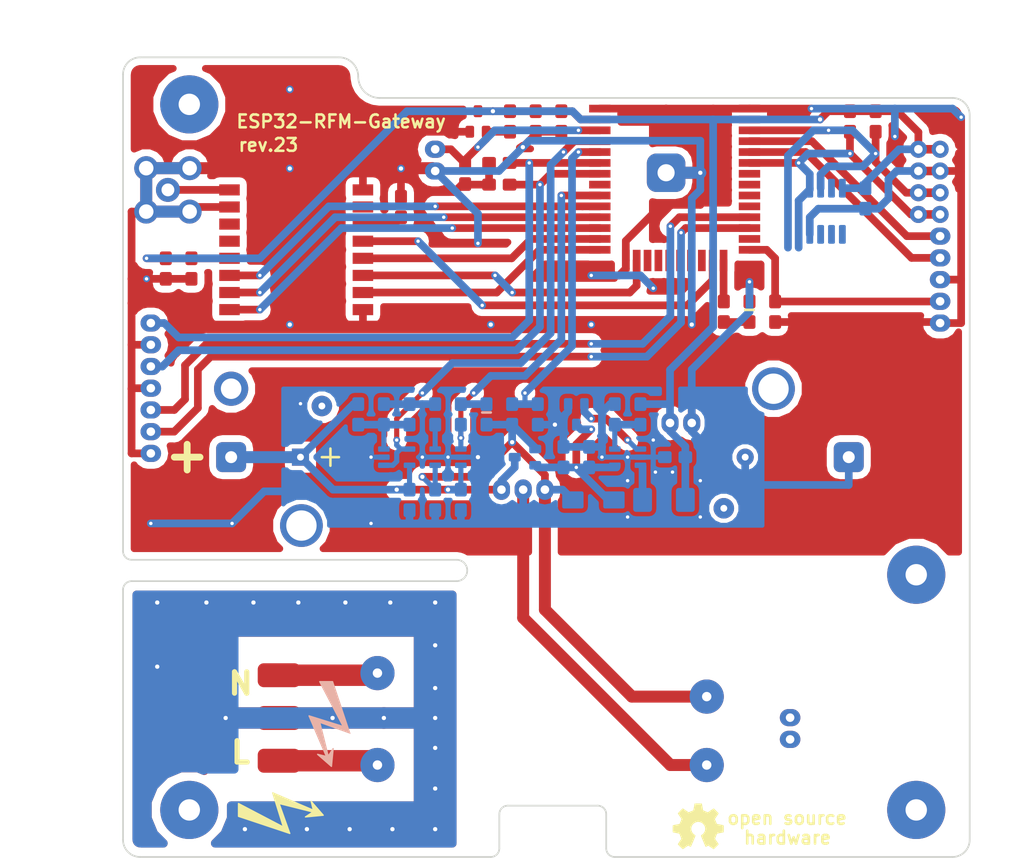
<source format=kicad_pcb>
(kicad_pcb (version 20171130) (host pcbnew 5.0.2+dfsg1-1~bpo9+1)
  (layers (0 F.Cu signal) (31 B.Cu signal) (34 B.Paste user) (35 F.Paste user) (36 B.SilkS user) (37 F.SilkS user) (38 B.Mask user) (39 F.Mask user) (44 Edge.Cuts user))
  (net 0 "")
  (net 1 +BATT)
  (net 2 GND)
  (net 3 /Reset)
  (net 4 +3V3)
  (net 5 /Boot)
  (net 6 +5VP)
  (net 7 /VinReg)
  (net 8 "Net-(C30-Pad1)")
  (net 9 "Net-(D1-PadA)")
  (net 10 "Net-(D20-PadK)")
  (net 11 /SCL)
  (net 12 /SDA)
  (net 13 /U0TXD)
  (net 14 /U0RXD)
  (net 15 "Net-(J30-Pad1)")
  (net 16 "Net-(R2-Pad2)")
  (net 17 "Net-(R20-Pad1)")
  (net 18 /ADC_Batt)
  (net 19 /DIO2)
  (net 20 /DIO1)
  (net 21 /DIO0)
  (net 22 /HSPICLK)
  (net 23 /HSPIQ)
  (net 24 /HSPID)
  (net 25 /HSPICS0)
  (net 26 /PwrSW)
  (net 27 /ACN)
  (net 28 Earth)
  (net 29 /ACL)
  (net 30 /ChargeStat)
  (net 31 /ADC_Vin)
  (net 32 "Net-(R27-Pad2)")
  (net 33 "Net-(U22-Pad2)")
  (net 34 "Net-(C25-Pad1)")
  (net 35 /IO34)
  (net 36 /IO35)
  (net 37 /U2TXD)
  (net 38 /U2RXD)
  (module CalinGeneric:IRM222A (layer F.Cu) (at 85 117.25 180)
    (fp_text reference U20)
    (fp_text value IRM-05)
    (pad 2 thru_hole circle (at 19.25 1.5 180) (size 4 4) (drill 1.1) (layers *.Cu *.Mask) (net 27 /ACN))
    (pad 1 thru_hole circle (at 19.25 -9.25 180) (size 4 4) (drill 1.1) (layers *.Cu *.Mask) (net 29 /ACL))
    (pad 3 thru_hole circle (at -19.25 -1.25 180) (size 4 4) (drill 1.1) (layers *.Cu *.Mask) (net 6 +5VP))
    (pad 4 thru_hole circle (at -19.25 -9.25 180) (size 4 4) (drill 1.1) (layers *.Cu *.Mask) (net 2 GND))
  )
  (module CalinConnectors:Pin_Header_Straight_1x04 (layer F.Cu) (at 39.25 74.82)
    (fp_text reference J7)
    (fp_text value ExtButtons)
    (pad 4 thru_hole oval (at 0 7.62) (size 2.4 2) (drill 1) (layers *.Cu *.Mask) (net 2 GND))
    (pad 3 thru_hole oval (at 0 5.08) (size 2.4 2) (drill 1) (layers *.Cu *.Mask) (net 36 /IO35))
    (pad 2 thru_hole oval (at 0 2.54) (size 2.4 2) (drill 1) (layers *.Cu *.Mask) (net 2 GND))
    (pad 1 thru_hole oval (at 0 0) (size 2.4 2) (drill 1) (layers *.Cu *.Mask) (net 35 /IO34))
  )
  (module CalinConnectors:SMA-90 (layer F.Cu) (at 41.25 59.25 90)
    (fp_text reference J30)
    (fp_text value AntSMA)
    (pad 5 thru_hole circle (at -2.54 -2.54 90) (size 2.8 2.8) (drill 1.7) (layers *.Cu *.Mask) (net 2 GND))
    (pad 4 thru_hole circle (at 2.54 -2.54 90) (size 2.8 2.8) (drill 1.7) (layers *.Cu *.Mask) (net 2 GND))
    (pad 3 thru_hole circle (at 2.54 2.54 90) (size 2.8 2.8) (drill 1.7) (layers *.Cu *.Mask) (net 2 GND))
    (pad 2 thru_hole circle (at -2.54 2.54 90) (size 2.8 2.8) (drill 1.7) (layers *.Cu *.Mask) (net 2 GND))
    (pad 1 thru_hole circle (at 0 0 90) (size 2.8 2.8) (drill 1.5) (layers *.Cu *.Mask) (net 15 "Net-(J30-Pad1)"))
  )
  (module CalinGeneric:SOT-23-5-HS (layer B.Cu) (at 95 90.5 180)
    (fp_text reference U23)
    (fp_text value TLV62569DBV)
    (pad 5 smd roundrect (at 1.5 0.95 180) (size 1.36 0.64) (layers B.Cu B.Paste B.Mask) (roundrect_rratio 0.2) (net 32 "Net-(R27-Pad2)"))
    (pad 4 smd roundrect (at 1.5 -0.95 180) (size 1.36 0.64) (layers B.Cu B.Paste B.Mask) (roundrect_rratio 0.2) (net 7 /VinReg))
    (pad 3 smd roundrect (at -1.5 -0.95 180) (size 1.36 0.64) (layers B.Cu B.Paste B.Mask) (roundrect_rratio 0.2) (net 26 /PwrSW))
    (pad 2 smd roundrect (at -1.5 0 180) (size 1.36 0.64) (layers B.Cu B.Paste B.Mask) (roundrect_rratio 0.2) (net 2 GND))
    (pad 1 smd roundrect (at -1.5 0.95 180) (size 1.36 0.64) (layers B.Cu B.Paste B.Mask) (roundrect_rratio 0.2) (net 33 "Net-(U22-Pad2)"))
  )
  (module CalinGeneric:ESP-WROOM-32-HandSolder (layer F.Cu) (at 100.5 58)
    (fp_text reference U1)
    (fp_text value ESP-WROOM-32)
    (pad 39 thru_hole roundrect (at -1 -0.755) (size 4.5 4.5) (drill 2) (layers *.Cu *.Mask) (net 2 GND))
    (pad 1 smd rect (at -8.75 -8.255) (size 2.5 0.9) (layers F.Cu F.Paste F.Mask) (net 2 GND))
    (pad 2 smd rect (at -8.75 -6.985) (size 2.5 0.9) (layers F.Cu F.Paste F.Mask) (net 4 +3V3))
    (pad 3 smd rect (at -8.75 -5.715) (size 2.5 0.9) (layers F.Cu F.Paste F.Mask) (net 3 /Reset))
    (pad 4 smd rect (at -8.75 -4.445) (size 2.5 0.9) (layers F.Cu F.Paste F.Mask) (net 18 /ADC_Batt))
    (pad 5 smd rect (at -8.75 -3.175) (size 2.5 0.9) (layers F.Cu F.Paste F.Mask) (net 31 /ADC_Vin))
    (pad 6 smd rect (at -8.75 -1.905) (size 2.5 0.9) (layers F.Cu F.Paste F.Mask) (net 35 /IO34))
    (pad 7 smd rect (at -8.75 -0.635) (size 2.5 0.9) (layers F.Cu F.Paste F.Mask) (net 36 /IO35))
    (pad 8 smd rect (at -8.75 0.635) (size 2.5 0.9) (layers F.Cu F.Paste F.Mask))
    (pad 9 smd rect (at -8.75 1.905) (size 2.5 0.9) (layers F.Cu F.Paste F.Mask) (net 30 /ChargeStat))
    (pad 10 smd rect (at -8.75 3.175) (size 2.5 0.9) (layers F.Cu F.Paste F.Mask) (net 21 /DIO0))
    (pad 11 smd rect (at -8.75 4.445) (size 2.5 0.9) (layers F.Cu F.Paste F.Mask) (net 20 /DIO1))
    (pad 12 smd rect (at -8.75 5.715) (size 2.5 0.9) (layers F.Cu F.Paste F.Mask) (net 19 /DIO2))
    (pad 13 smd rect (at -8.75 6.985) (size 2.5 0.9) (layers F.Cu F.Paste F.Mask) (net 22 /HSPICLK))
    (pad 14 smd rect (at -8.75 8.255) (size 2.5 0.9) (layers F.Cu F.Paste F.Mask) (net 23 /HSPIQ))
    (pad 15 smd rect (at -5.71 9.505 90) (size 2.5 0.9) (layers F.Cu F.Paste F.Mask) (net 2 GND))
    (pad 16 smd rect (at -4.44 9.505 90) (size 2.5 0.9) (layers F.Cu F.Paste F.Mask) (net 24 /HSPID))
    (pad 17 smd rect (at -3.17 9.505 90) (size 2.5 0.9) (layers F.Cu F.Paste F.Mask))
    (pad 18 smd rect (at -1.9 9.505 90) (size 2.5 0.9) (layers F.Cu F.Paste F.Mask))
    (pad 19 smd rect (at -0.63 9.505 90) (size 2.5 0.9) (layers F.Cu F.Paste F.Mask))
    (pad 20 smd rect (at 0.64 9.505 90) (size 2.5 0.9) (layers F.Cu F.Paste F.Mask))
    (pad 21 smd rect (at 1.91 9.505 90) (size 2.5 0.9) (layers F.Cu F.Paste F.Mask))
    (pad 22 smd rect (at 3.18 9.505 90) (size 2.5 0.9) (layers F.Cu F.Paste F.Mask))
    (pad 23 smd rect (at 4.45 9.505 90) (size 2.5 0.9) (layers F.Cu F.Paste F.Mask) (net 25 /HSPICS0))
    (pad 24 smd rect (at 5.72 9.505 90) (size 2.5 0.9) (layers F.Cu F.Paste F.Mask) (net 16 "Net-(R2-Pad2)"))
    (pad 25 smd rect (at 8.75 8.255) (size 2.5 0.9) (layers F.Cu F.Paste F.Mask) (net 5 /Boot))
    (pad 26 smd rect (at 8.75 6.985) (size 2.5 0.9) (layers F.Cu F.Paste F.Mask))
    (pad 27 smd rect (at 8.75 5.715) (size 2.5 0.9) (layers F.Cu F.Paste F.Mask) (net 38 /U2RXD))
    (pad 28 smd rect (at 8.75 4.445) (size 2.5 0.9) (layers F.Cu F.Paste F.Mask) (net 37 /U2TXD))
    (pad 29 smd rect (at 8.75 3.175) (size 2.5 0.9) (layers F.Cu F.Paste F.Mask))
    (pad 30 smd rect (at 8.75 1.905) (size 2.5 0.9) (layers F.Cu F.Paste F.Mask))
    (pad 31 smd rect (at 8.75 0.635) (size 2.5 0.9) (layers F.Cu F.Paste F.Mask))
    (pad 32 smd rect (at 8.75 -0.635) (size 2.5 0.9) (layers F.Cu F.Paste F.Mask))
    (pad 33 smd rect (at 8.75 -1.905) (size 2.5 0.9) (layers F.Cu F.Paste F.Mask) (net 12 /SDA))
    (pad 34 smd rect (at 8.75 -3.175) (size 2.5 0.9) (layers F.Cu F.Paste F.Mask) (net 14 /U0RXD))
    (pad 35 smd rect (at 8.75 -4.445) (size 2.5 0.9) (layers F.Cu F.Paste F.Mask) (net 13 /U0TXD))
    (pad 36 smd rect (at 8.75 -5.715) (size 2.5 0.9) (layers F.Cu F.Paste F.Mask) (net 11 /SCL))
    (pad 37 smd rect (at 8.75 -6.985) (size 2.5 0.9) (layers F.Cu F.Paste F.Mask))
    (pad 38 smd rect (at 8.75 -8.255) (size 2.5 0.9) (layers F.Cu F.Paste F.Mask) (net 2 GND))
  )
  (module CalinGeneric:R0805HS (layer B.Cu) (at 72.5 85.5 90)
    (fp_text reference R20)
    (fp_text value 2K2)
    (pad 1 smd roundrect (at -1.2 0 90) (size 1.6 1.4) (layers B.Cu B.Paste B.Mask) (roundrect_rratio 0.1785) (net 17 "Net-(R20-Pad1)"))
    (pad 2 smd roundrect (at 1.2 0 90) (size 1.6 1.4) (layers B.Cu B.Paste B.Mask) (roundrect_rratio 0.1785) (net 2 GND))
  )
  (module CalinGeneric:SOT-23-HS (layer B.Cu) (at 89 85.5 270)
    (fp_text reference U22)
    (fp_text value BD49K35)
    (pad 3 smd roundrect (at 1.2 0 270) (size 1.4 1) (layers B.Cu B.Paste B.Mask) (roundrect_rratio 0.2) (net 7 /VinReg))
    (pad 2 smd roundrect (at -1.2 -0.95 270) (size 1.4 1) (layers B.Cu B.Paste B.Mask) (roundrect_rratio 0.2) (net 33 "Net-(U22-Pad2)"))
    (pad 1 smd roundrect (at -1.2 0.95 270) (size 1.4 1) (layers B.Cu B.Paste B.Mask) (roundrect_rratio 0.2) (net 2 GND))
  )
  (module CalinGeneric:R0805HS (layer B.Cu) (at 63.5 85.5 270)
    (fp_text reference R22)
    (fp_text value 2M)
    (pad 2 smd roundrect (at 1.2 0 270) (size 1.6 1.4) (layers B.Cu B.Paste B.Mask) (roundrect_rratio 0.1785) (net 34 "Net-(C25-Pad1)"))
    (pad 1 smd roundrect (at -1.2 0 270) (size 1.6 1.4) (layers B.Cu B.Paste B.Mask) (roundrect_rratio 0.1785) (net 1 +BATT))
  )
  (module CalinGeneric:R0805HS (layer B.Cu) (at 75.5 85.5 90)
    (fp_text reference R21)
    (fp_text value 330)
    (pad 1 smd roundrect (at -1.2 0 90) (size 1.6 1.4) (layers B.Cu B.Paste B.Mask) (roundrect_rratio 0.1785) (net 30 /ChargeStat))
    (pad 2 smd roundrect (at 1.2 0 90) (size 1.6 1.4) (layers B.Cu B.Paste B.Mask) (roundrect_rratio 0.1785) (net 10 "Net-(D20-PadK)"))
  )
  (module CalinGeneric:SOT-23-5-HS (layer B.Cu) (at 74 90.5 180)
    (fp_text reference U21)
    (fp_text value MCP73832T-2ACI)
    (pad 1 smd roundrect (at -1.5 0.95 180) (size 1.36 0.64) (layers B.Cu B.Paste B.Mask) (roundrect_rratio 0.2) (net 30 /ChargeStat))
    (pad 2 smd roundrect (at -1.5 0 180) (size 1.36 0.64) (layers B.Cu B.Paste B.Mask) (roundrect_rratio 0.2) (net 2 GND))
    (pad 3 smd roundrect (at -1.5 -0.95 180) (size 1.36 0.64) (layers B.Cu B.Paste B.Mask) (roundrect_rratio 0.2) (net 1 +BATT))
    (pad 4 smd roundrect (at 1.5 -0.95 180) (size 1.36 0.64) (layers B.Cu B.Paste B.Mask) (roundrect_rratio 0.2) (net 6 +5VP))
    (pad 5 smd roundrect (at 1.5 0.95 180) (size 1.36 0.64) (layers B.Cu B.Paste B.Mask) (roundrect_rratio 0.2) (net 17 "Net-(R20-Pad1)"))
  )
  (module CalinGeneric:C0805HS (layer B.Cu) (at 100.55 90.5 180)
    (fp_text reference C24)
    (fp_text value 22uF/1mOhm)
    (pad 2 smd roundrect (at 1.2 0 180) (size 1.6 1.4) (layers B.Cu B.Paste B.Mask) (roundrect_rratio 0.1785) (net 2 GND))
    (pad 1 smd roundrect (at -1.2 0 180) (size 1.6 1.4) (layers B.Cu B.Paste B.Mask) (roundrect_rratio 0.1785) (net 4 +3V3))
  )
  (module CalinGeneric:LED0805HS (layer B.Cu) (at 78.5 85.5 270)
    (fp_text reference D20)
    (fp_text value LEDchg)
    (pad K smd roundrect (at -1.2 0 270) (size 1.6 1.4) (layers B.Cu B.Paste B.Mask) (roundrect_rratio 0.178) (net 10 "Net-(D20-PadK)"))
    (pad A smd roundrect (at 1.2 0 270) (size 1.6 1.4) (layers B.Cu B.Paste B.Mask) (roundrect_rratio 0.1785) (net 6 +5VP))
  )
  (module CalinGeneric:ASPI-0530HI (layer B.Cu) (at 99.25 95.5 180)
    (fp_text reference L21)
    (fp_text value 2.2uH)
    (pad 1 smd roundrect (at -2.5 0 180) (size 2.2 2.8) (layers B.Cu B.Paste B.Mask) (roundrect_rratio 0.15) (net 4 +3V3))
    (pad 2 smd roundrect (at 2.5 0 180) (size 2.2 2.8) (layers B.Cu B.Paste B.Mask) (roundrect_rratio 0.15) (net 26 /PwrSW))
  )
  (module CalinGeneric:C0805HS (layer B.Cu) (at 87.5 90.5 90)
    (fp_text reference C22)
    (fp_text value 100nF)
    (pad 2 smd roundrect (at 1.2 0 90) (size 1.6 1.4) (layers B.Cu B.Paste B.Mask) (roundrect_rratio 0.1785) (net 2 GND))
    (pad 1 smd roundrect (at -1.2 0 90) (size 1.6 1.4) (layers B.Cu B.Paste B.Mask) (roundrect_rratio 0.1785) (net 7 /VinReg))
  )
  (module CalinGeneric:R0805HS (layer B.Cu) (at 96.5 85.5 270)
    (fp_text reference R27)
    (fp_text value "442k 1%")
    (pad 1 smd roundrect (at -1.2 0 270) (size 1.6 1.4) (layers B.Cu B.Paste B.Mask) (roundrect_rratio 0.1785) (net 4 +3V3))
    (pad 2 smd roundrect (at 1.2 0 270) (size 1.6 1.4) (layers B.Cu B.Paste B.Mask) (roundrect_rratio 0.1785) (net 32 "Net-(R27-Pad2)"))
  )
  (module CalinGeneric:R0805HS (layer B.Cu) (at 81.5 85.5 90)
    (fp_text reference R25)
    (fp_text value 10k)
    (pad 2 smd roundrect (at 1.2 0 90) (size 1.6 1.4) (layers B.Cu B.Paste B.Mask) (roundrect_rratio 0.1785) (net 31 /ADC_Vin))
    (pad 1 smd roundrect (at -1.2 0 90) (size 1.6 1.4) (layers B.Cu B.Paste B.Mask) (roundrect_rratio 0.1785) (net 6 +5VP))
  )
  (module CalinGeneric:C0805HS (layer B.Cu) (at 90.5 90.5 90)
    (fp_text reference C23)
    (fp_text value 10uF)
    (pad 1 smd roundrect (at -1.2 0 90) (size 1.6 1.4) (layers B.Cu B.Paste B.Mask) (roundrect_rratio 0.1785) (net 7 /VinReg))
    (pad 2 smd roundrect (at 1.2 0 90) (size 1.6 1.4) (layers B.Cu B.Paste B.Mask) (roundrect_rratio 0.1785) (net 2 GND))
  )
  (module CalinGeneric:SMA-HS (layer B.Cu) (at 91 95.5 180)
    (fp_text reference D21)
    (fp_text value B340AE-13)
    (pad 1 smd roundrect (at -2.4 0 180) (size 2.5 2) (layers B.Cu B.Paste B.Mask) (roundrect_rratio 0.1) (net 7 /VinReg))
    (pad 2 smd roundrect (at 2.4 0 180) (size 2.5 2) (layers B.Cu B.Paste B.Mask) (roundrect_rratio 0.1) (net 6 +5VP))
  )
  (module CalinGeneric:R0805HS (layer B.Cu) (at 69.5 85.5 90)
    (fp_text reference R23)
    (fp_text value 2M)
    (pad 1 smd roundrect (at -1.2 0 90) (size 1.6 1.4) (layers B.Cu B.Paste B.Mask) (roundrect_rratio 0.1785) (net 34 "Net-(C25-Pad1)"))
    (pad 2 smd roundrect (at 1.2 0 90) (size 1.6 1.4) (layers B.Cu B.Paste B.Mask) (roundrect_rratio 0.1785) (net 2 GND))
  )
  (module CalinGeneric:R0805HS (layer B.Cu) (at 84.5 85.5 270)
    (fp_text reference R26)
    (fp_text value 10k)
    (pad 1 smd roundrect (at -1.2 0 270) (size 1.6 1.4) (layers B.Cu B.Paste B.Mask) (roundrect_rratio 0.1785) (net 31 /ADC_Vin))
    (pad 2 smd roundrect (at 1.2 0 270) (size 1.6 1.4) (layers B.Cu B.Paste B.Mask) (roundrect_rratio 0.1785) (net 2 GND))
  )
  (module CalinGeneric:C0805HS (layer B.Cu) (at 75.5 95.5 270)
    (fp_text reference C21)
    (fp_text value 10uF)
    (pad 2 smd roundrect (at 1.2 0 270) (size 1.6 1.4) (layers B.Cu B.Paste B.Mask) (roundrect_rratio 0.1785) (net 2 GND))
    (pad 1 smd roundrect (at -1.2 0 270) (size 1.6 1.4) (layers B.Cu B.Paste B.Mask) (roundrect_rratio 0.1785) (net 1 +BATT))
  )
  (module CalinGeneric:C0805HS (layer B.Cu) (at 72.5 95.5 270)
    (fp_text reference C20)
    (fp_text value 10uF)
    (pad 1 smd roundrect (at -1.2 0 270) (size 1.6 1.4) (layers B.Cu B.Paste B.Mask) (roundrect_rratio 0.1785) (net 6 +5VP))
    (pad 2 smd roundrect (at 1.2 0 270) (size 1.6 1.4) (layers B.Cu B.Paste B.Mask) (roundrect_rratio 0.1785) (net 2 GND))
  )
  (module CalinGeneric:SOT-23-GSD-HS (layer B.Cu) (at 83 90.5 180)
    (fp_text reference Q20)
    (fp_text value IRLML2244)
    (pad G smd roundrect (at -1.2 0.95 180) (size 1.4 1) (layers B.Cu B.Paste B.Mask) (roundrect_rratio 0.2) (net 6 +5VP))
    (pad S smd roundrect (at -1.2 -0.95 180) (size 1.4 1) (layers B.Cu B.Paste B.Mask) (roundrect_rratio 0.2) (net 7 /VinReg))
    (pad D smd roundrect (at 1.2 0 180) (size 1.4 1) (layers B.Cu B.Paste B.Mask) (roundrect_rratio 0.2) (net 1 +BATT))
  )
  (module CalinGeneric:C0805HS (layer F.Cu) (at 76 57.365 270)
    (fp_text reference C1)
    (fp_text value 100nF)
    (pad 1 smd roundrect (at -1.2 0 270) (size 1.6 1.4) (layers F.Cu F.Paste F.Mask) (roundrect_rratio 0.1785) (net 3 /Reset))
    (pad 2 smd roundrect (at 1.2 0 270) (size 1.6 1.4) (layers F.Cu F.Paste F.Mask) (roundrect_rratio 0.1785) (net 2 GND))
  )
  (module CalinGeneric:C0805HS (layer F.Cu) (at 87.25 51.25 270)
    (fp_text reference C2)
    (fp_text value 100nF)
    (pad 2 smd roundrect (at 1.2 0 270) (size 1.6 1.4) (layers F.Cu F.Paste F.Mask) (roundrect_rratio 0.1785) (net 2 GND))
    (pad 1 smd roundrect (at -1.2 0 270) (size 1.6 1.4) (layers F.Cu F.Paste F.Mask) (roundrect_rratio 0.1785) (net 4 +3V3))
  )
  (module CalinGeneric:C0805HS (layer F.Cu) (at 84.25 51.25 270)
    (fp_text reference C3)
    (fp_text value 10uF)
    (pad 2 smd roundrect (at 1.2 0 270) (size 1.6 1.4) (layers F.Cu F.Paste F.Mask) (roundrect_rratio 0.1785) (net 2 GND))
    (pad 1 smd roundrect (at -1.2 0 270) (size 1.6 1.4) (layers F.Cu F.Paste F.Mask) (roundrect_rratio 0.1785) (net 4 +3V3))
  )
  (module CalinGeneric:C0805HS (layer F.Cu) (at 112.25 73.5 270)
    (fp_text reference C4)
    (fp_text value 100nF)
    (pad 2 smd roundrect (at 1.2 0 270) (size 1.6 1.4) (layers F.Cu F.Paste F.Mask) (roundrect_rratio 0.1785) (net 2 GND))
    (pad 1 smd roundrect (at -1.2 0 270) (size 1.6 1.4) (layers F.Cu F.Paste F.Mask) (roundrect_rratio 0.1785) (net 5 /Boot))
  )
  (module CalinGeneric:C0805HS (layer F.Cu) (at 68.5 61.25 90)
    (fp_text reference C30)
    (fp_text value 100nF)
    (pad 1 smd roundrect (at -1.2 0 90) (size 1.6 1.4) (layers F.Cu F.Paste F.Mask) (roundrect_rratio 0.1785) (net 8 "Net-(C30-Pad1)"))
    (pad 2 smd roundrect (at 1.2 0 90) (size 1.6 1.4) (layers F.Cu F.Paste F.Mask) (roundrect_rratio 0.1785) (net 2 GND))
  )
  (module CalinGeneric:C0805HS (layer F.Cu) (at 44 68.45 270)
    (fp_text reference C31)
    (fp_text value 10uF)
    (pad 2 smd roundrect (at 1.2 0 270) (size 1.6 1.4) (layers F.Cu F.Paste F.Mask) (roundrect_rratio 0.1785) (net 2 GND))
    (pad 1 smd roundrect (at -1.2 0 270) (size 1.6 1.4) (layers F.Cu F.Paste F.Mask) (roundrect_rratio 0.1785) (net 4 +3V3))
  )
  (module CalinGeneric:C0805HS (layer F.Cu) (at 41 68.45 270)
    (fp_text reference C32)
    (fp_text value 100nF)
    (pad 1 smd roundrect (at -1.2 0 270) (size 1.6 1.4) (layers F.Cu F.Paste F.Mask) (roundrect_rratio 0.1785) (net 4 +3V3))
    (pad 2 smd roundrect (at 1.2 0 270) (size 1.6 1.4) (layers F.Cu F.Paste F.Mask) (roundrect_rratio 0.1785) (net 2 GND))
  )
  (module CalinGeneric:LED0805HS (layer F.Cu) (at 109.25 73.5 270)
    (fp_text reference D1)
    (fp_text value LED)
    (pad A smd roundrect (at 1.2 0 270) (size 1.6 1.4) (layers F.Cu F.Paste F.Mask) (roundrect_rratio 0.1785) (net 9 "Net-(D1-PadA)"))
    (pad K smd roundrect (at -1.2 0 270) (size 1.6 1.4) (layers F.Cu F.Paste F.Mask) (roundrect_rratio 0.178) (net 2 GND))
  )
  (module CalinGeneric:R0805HS (layer F.Cu) (at 81.25 51.25 270)
    (fp_text reference R1)
    (fp_text value 10k)
    (pad 2 smd roundrect (at 1.2 0 270) (size 1.6 1.4) (layers F.Cu F.Paste F.Mask) (roundrect_rratio 0.1785) (net 3 /Reset))
    (pad 1 smd roundrect (at -1.2 0 270) (size 1.6 1.4) (layers F.Cu F.Paste F.Mask) (roundrect_rratio 0.1785) (net 4 +3V3))
  )
  (module CalinGeneric:R0805HS (layer F.Cu) (at 106.25 73.5 90)
    (fp_text reference R2)
    (fp_text value 330)
    (pad 2 smd roundrect (at 1.2 0 90) (size 1.6 1.4) (layers F.Cu F.Paste F.Mask) (roundrect_rratio 0.1785) (net 16 "Net-(R2-Pad2)"))
    (pad 1 smd roundrect (at -1.2 0 90) (size 1.6 1.4) (layers F.Cu F.Paste F.Mask) (roundrect_rratio 0.1785) (net 9 "Net-(D1-PadA)"))
  )
  (module CalinGeneric:R0805HS (layer F.Cu) (at 121 51.25 270)
    (fp_text reference R3)
    (fp_text value 2k2)
    (pad 1 smd roundrect (at -1.2 0 270) (size 1.6 1.4) (layers F.Cu F.Paste F.Mask) (roundrect_rratio 0.1785) (net 4 +3V3))
    (pad 2 smd roundrect (at 1.2 0 270) (size 1.6 1.4) (layers F.Cu F.Paste F.Mask) (roundrect_rratio 0.1785) (net 12 /SDA))
  )
  (module CalinGeneric:R0805HS (layer F.Cu) (at 124 51.25 270)
    (fp_text reference R4)
    (fp_text value 2k2)
    (pad 2 smd roundrect (at 1.2 0 270) (size 1.6 1.4) (layers F.Cu F.Paste F.Mask) (roundrect_rratio 0.1785) (net 11 /SCL))
    (pad 1 smd roundrect (at -1.2 0 270) (size 1.6 1.4) (layers F.Cu F.Paste F.Mask) (roundrect_rratio 0.1785) (net 4 +3V3))
  )
  (module CalinGeneric:SOT-23-HS (layer F.Cu) (at 77.5 51.25 90)
    (fp_text reference U2)
    (fp_text value BD48K30)
    (pad 1 smd roundrect (at -1.2 -0.95 90) (size 1.4 1) (layers F.Cu F.Paste F.Mask) (roundrect_rratio 0.2) (net 2 GND))
    (pad 2 smd roundrect (at -1.2 0.95 90) (size 1.4 1) (layers F.Cu F.Paste F.Mask) (roundrect_rratio 0.2) (net 3 /Reset))
    (pad 3 smd roundrect (at 1.2 0 90) (size 1.4 1) (layers F.Cu F.Paste F.Mask) (roundrect_rratio 0.2) (net 4 +3V3))
  )
  (module CalinGeneric:RFM69HCW (layer F.Cu) (at 56.25 66.25 180)
    (fp_text reference U30)
    (fp_text value RFM9x)
    (pad 1 smd rect (at -7.8 -7 180) (size 2.4 1.3) (layers F.Cu F.Paste F.Mask) (net 2 GND))
    (pad 2 smd rect (at -7.8 -5 180) (size 2.4 1.3) (layers F.Cu F.Paste F.Mask) (net 23 /HSPIQ))
    (pad 3 smd rect (at -7.8 -3 180) (size 2.4 1.3) (layers F.Cu F.Paste F.Mask) (net 24 /HSPID))
    (pad 4 smd rect (at -7.8 -1 180) (size 2.4 1.3) (layers F.Cu F.Paste F.Mask) (net 22 /HSPICLK))
    (pad 5 smd rect (at -7.8 1 180) (size 2.4 1.3) (layers F.Cu F.Paste F.Mask) (net 25 /HSPICS0))
    (pad 6 smd rect (at -7.8 3 180) (size 2.4 1.3) (layers F.Cu F.Paste F.Mask) (net 8 "Net-(C30-Pad1)"))
    (pad 7 smd rect (at -7.8 5 180) (size 2.4 1.3) (layers F.Cu F.Paste F.Mask))
    (pad 8 smd rect (at -7.8 7 180) (size 2.4 1.3) (layers F.Cu F.Paste F.Mask) (net 2 GND))
    (pad 9 smd rect (at 7.8 7 180) (size 2.4 1.3) (layers F.Cu F.Paste F.Mask) (net 15 "Net-(J30-Pad1)"))
    (pad 10 smd rect (at 7.8 5 180) (size 2.4 1.3) (layers F.Cu F.Paste F.Mask) (net 2 GND))
    (pad 11 smd rect (at 7.8 3 180) (size 2.4 1.3) (layers F.Cu F.Paste F.Mask))
    (pad 12 smd rect (at 7.8 1 180) (size 2.4 1.3) (layers F.Cu F.Paste F.Mask))
    (pad 13 smd rect (at 7.8 -1 180) (size 2.4 1.3) (layers F.Cu F.Paste F.Mask) (net 4 +3V3))
    (pad 14 smd rect (at 7.8 -3 180) (size 2.4 1.3) (layers F.Cu F.Paste F.Mask) (net 21 /DIO0))
    (pad 15 smd rect (at 7.8 -5 180) (size 2.4 1.3) (layers F.Cu F.Paste F.Mask) (net 20 /DIO1))
    (pad 16 smd rect (at 7.8 -7 180) (size 2.4 1.3) (layers F.Cu F.Paste F.Mask) (net 19 /DIO2))
  )
  (module CalinConnectors:Pin_Header_Straight_1x02 (layer F.Cu) (at 72.5 54.5)
    (fp_text reference J1)
    (fp_text value Res)
    (pad 1 thru_hole oval (at 0 0) (size 2.4 2) (drill 1) (layers *.Cu *.Mask) (net 3 /Reset))
    (pad 2 thru_hole oval (at 0 2.54) (size 2.4 2) (drill 1) (layers *.Cu *.Mask) (net 2 GND))
  )
  (module CalinConnectors:Pin_Header_Straight_1x02 (layer F.Cu) (at 131.54 72.28)
    (fp_text reference J2)
    (fp_text value Boot)
    (pad 2 thru_hole oval (at 0 2.54) (size 2.4 2) (drill 1) (layers *.Cu *.Mask) (net 2 GND))
    (pad 1 thru_hole oval (at 0 0) (size 2.4 2) (drill 1) (layers *.Cu *.Mask) (net 5 /Boot))
  )
  (module CalinConnectors:Pin_Header_Straight_1x03_Cyan (layer F.Cu) (at 131.54 64.66)
    (fp_text reference J3)
    (fp_text value PinDbg)
    (pad 1 thru_hole oval (at 0 0) (size 2.4 2) (drill 1) (layers *.Cu *.Mask) (net 13 /U0TXD))
    (pad 2 thru_hole oval (at 0 2.54) (size 2.4 2) (drill 1) (layers *.Cu *.Mask) (net 14 /U0RXD))
    (pad 3 thru_hole oval (at 0 5.08) (size 2.4 2) (drill 1) (layers *.Cu *.Mask) (net 2 GND))
  )
  (module CalinConnectors:Pin_Header_Straight_1x04 (layer F.Cu) (at 129 54.5)
    (fp_text reference J4)
    (fp_text value PinsI2C)
    (pad 1 thru_hole oval (at 0 0) (size 2 2) (drill 1) (layers *.Cu *.Mask) (net 4 +3V3))
    (pad 2 thru_hole oval (at 0 2.54) (size 2 2) (drill 1) (layers *.Cu *.Mask) (net 2 GND))
    (pad 3 thru_hole oval (at 0 5.08) (size 2 2) (drill 1) (layers *.Cu *.Mask) (net 11 /SCL))
    (pad 4 thru_hole oval (at 0 7.62) (size 2 2) (drill 1) (layers *.Cu *.Mask) (net 12 /SDA))
  )
  (module CalinConnectors:Pin_Header_Straight_1x02 (layer F.Cu) (at 114 120.96)
    (fp_text reference J21)
    (fp_text value c5V)
    (pad 1 thru_hole oval (at 0 0) (size 2.4 2) (drill 1) (layers *.Cu *.Mask) (net 6 +5VP))
    (pad 2 thru_hole oval (at 0 2.54) (size 2.4 2) (drill 1) (layers *.Cu *.Mask) (net 2 GND))
  )
  (module CalinConnectors:BattHolder-AA-PCB (layer F.Cu) (at 82.75 90.5)
    (fp_text reference J22 hide)
    (fp_text value s14500 hide)
    (pad 1 thru_hole rect (at -26 0) (size 2 2) (drill 0.8) (layers *.Cu *.Mask) (net 1 +BATT))
    (pad 2 thru_hole circle (at 26 0) (size 2 2) (drill 0.8) (layers *.Cu *.Mask) (net 2 GND))
    (pad "" np_thru_hole circle (at -23.5 -5.98) (size 2.4 2.4) (drill 0.8) (layers *.Cu *.Mask))
    (pad "" np_thru_hole circle (at 23.5 5.98) (size 2.4 2.4) (drill 0.8) (layers *.Cu *.Mask))
  )
  (module CalinConnectors:KEYS-1043 (layer F.Cu) (at 84.75 90.5 180)
    (fp_text reference J23)
    (fp_text value s18650)
    (pad "" np_thru_hole circle (at -27.31 8 180) (size 5 5) (drill 3.55) (layers *.Cu *.Mask))
    (pad "" np_thru_hole circle (at 27.89 -8 180) (size 5 5) (drill 3.55) (layers *.Cu *.Mask))
    (pad "" np_thru_hole circle (at 36.11 8 180) (size 4 4) (drill 2.4) (layers *.Cu *.Mask))
    (pad 2 thru_hole roundrect (at -36.11 0 180) (size 3.5 3.5) (drill 1.4) (layers *.Cu *.Mask) (roundrect_rratio 0.2) (net 2 GND))
    (pad 1 thru_hole roundrect (at 36.11 0 180) (size 3.5 3.5) (drill 1.4) (layers *.Cu *.Mask) (roundrect_rratio 0.2) (net 1 +BATT))
  )
  (module CalinGeneric:HoleNPT-M2.5 (layer F.Cu) (at 43.75 49.25)
    (fp_text reference H1 hide)
    (fp_text value Hole hide)
    (pad "" np_thru_hole circle (at 0 0) (size 6.8 6.8) (drill 2.5) (layers *.Cu *.Mask))
  )
  (module CalinGeneric:HoleNPT-M2.5 (layer F.Cu) (at 43.75 131.75)
    (fp_text reference H2 hide)
    (fp_text value Hole hide)
    (pad "" np_thru_hole circle (at 0 0) (size 6.8 6.8) (drill 2.5) (layers *.Cu *.Mask))
  )
  (module CalinGeneric:HoleNPT-M2.5 (layer F.Cu) (at 128.75 104.25)
    (fp_text reference H4 hide)
    (fp_text value Hole hide)
    (pad "" np_thru_hole circle (at 0 0) (size 6.8 6.8) (drill 2.5) (layers *.Cu *.Mask))
  )
  (module CalinGeneric:HoleNPT-M2.5 (layer F.Cu) (at 128.75 131.75)
    (fp_text reference H3 hide)
    (fp_text value Hole hide)
    (pad "" np_thru_hole circle (at 0 0) (size 6.8 6.8) (drill 2.5) (layers *.Cu *.Mask))
  )
  (module CalinConnectors:Pin_Header_Straight_1x04 (layer F.Cu) (at 131.54 54.5)
    (fp_text reference J5)
    (fp_text value PinsI2C)
    (pad 1 thru_hole oval (at 0 0) (size 2 2) (drill 1) (layers *.Cu *.Mask) (net 4 +3V3))
    (pad 2 thru_hole oval (at 0 2.54) (size 2 2) (drill 1) (layers *.Cu *.Mask) (net 2 GND))
    (pad 3 thru_hole oval (at 0 5.08) (size 2 2) (drill 1) (layers *.Cu *.Mask) (net 11 /SCL))
    (pad 4 thru_hole oval (at 0 7.62) (size 2 2) (drill 1) (layers *.Cu *.Mask) (net 12 /SDA))
  )
  (module CalinGeneric:R0805HS (layer B.Cu) (at 93.5 85.5 90)
    (fp_text reference R28)
    (fp_text value "100k 1%")
    (pad 1 smd roundrect (at -1.2 0 90) (size 1.6 1.4) (layers B.Cu B.Paste B.Mask) (roundrect_rratio 0.1785) (net 32 "Net-(R27-Pad2)"))
    (pad 2 smd roundrect (at 1.2 0 90) (size 1.6 1.4) (layers B.Cu B.Paste B.Mask) (roundrect_rratio 0.1785) (net 2 GND))
  )
  (module CalinGeneric:SOT-23-5-HS (layer B.Cu) (at 68 90.5)
    (fp_text reference U24)
    (fp_text value TLV379IDBV)
    (pad 5 smd roundrect (at 1.5 0.95) (size 1.36 0.64) (layers B.Cu B.Paste B.Mask) (roundrect_rratio 0.2) (net 1 +BATT))
    (pad 4 smd roundrect (at 1.5 -0.95) (size 1.36 0.64) (layers B.Cu B.Paste B.Mask) (roundrect_rratio 0.2) (net 18 /ADC_Batt))
    (pad 3 smd roundrect (at -1.5 -0.95) (size 1.36 0.64) (layers B.Cu B.Paste B.Mask) (roundrect_rratio 0.2) (net 34 "Net-(C25-Pad1)"))
    (pad 2 smd roundrect (at -1.5 0) (size 1.36 0.64) (layers B.Cu B.Paste B.Mask) (roundrect_rratio 0.2) (net 2 GND))
    (pad 1 smd roundrect (at -1.5 0.95) (size 1.36 0.64) (layers B.Cu B.Paste B.Mask) (roundrect_rratio 0.2) (net 18 /ADC_Batt))
  )
  (module CalinConnectors:Pin_Header_Angled_1x03 (layer B.Cu) (at 80.25 94.3 270)
    (fp_text reference J24)
    (fp_text value cPS)
    (pad 1 thru_hole oval (at 0 0 270) (size 2.4 2) (drill 1) (layers *.Cu *.Mask) (net 1 +BATT))
    (pad 2 thru_hole oval (at 0 -2.54 270) (size 2.4 2) (drill 1) (layers *.Cu *.Mask) (net 2 GND))
    (pad 3 thru_hole oval (at 0 -5.08 270) (size 2.4 2) (drill 1) (layers *.Cu *.Mask) (net 6 +5VP))
  )
  (module CalinConnectors:Pin_Header_Angled_1x02 (layer B.Cu) (at 102.5 86.5 90)
    (fp_text reference J25)
    (fp_text value c3V3)
    (pad 1 thru_hole oval (at 0 0 90) (size 2.4 2) (drill 1) (layers *.Cu *.Mask) (net 2 GND))
    (pad 2 thru_hole oval (at 0 -2.54 90) (size 2.4 2) (drill 1) (layers *.Cu *.Mask) (net 4 +3V3))
  )
  (module CalinGeneric:Symbol_HighVoltage_SilkS (layer F.Cu) (at 54.5 132.25 90)
    (fp_text reference SYM3 hide)
    (fp_text value "High Voltage !" hide)
  )
  (module CalinGeneric:Symbol_HighVoltage_SilkS (layer B.Cu) (at 60.25 121.75 180)
    (fp_text reference SYM4 hide)
    (fp_text value "High Voltage !" hide)
  )
  (module CalinGeneric:C0805HS (layer B.Cu) (at 66.5 85.5 90)
    (fp_text reference C25)
    (fp_text value 100pF)
    (pad 2 smd roundrect (at 1.2 0 90) (size 1.6 1.4) (layers B.Cu B.Paste B.Mask) (roundrect_rratio 0.1785) (net 2 GND))
    (pad 1 smd roundrect (at -1.2 0 90) (size 1.6 1.4) (layers B.Cu B.Paste B.Mask) (roundrect_rratio 0.1785) (net 34 "Net-(C25-Pad1)"))
  )
  (module CalinGeneric:C0805HS (layer B.Cu) (at 69.5 95.5 270)
    (fp_text reference C26)
    (fp_text value 100nF)
    (pad 1 smd roundrect (at -1.2 0 270) (size 1.6 1.4) (layers B.Cu B.Paste B.Mask) (roundrect_rratio 0.1785) (net 1 +BATT))
    (pad 2 smd roundrect (at 1.2 0 270) (size 1.6 1.4) (layers B.Cu B.Paste B.Mask) (roundrect_rratio 0.1785) (net 2 GND))
  )
  (module CalinConnectors:SMD_Pins_Big_1x1 (layer F.Cu) (at 42.25 121)
    (fp_text reference H5)
    (fp_text value HolePlated)
    (pad 1 smd roundrect (at 0 0) (size 2.8 5) (layers F.Cu F.Paste F.Mask) (net 28 Earth))
  )
  (module CalinConnectors:SMD_Pins_Big_1x3 (layer F.Cu) (at 54.25 121 270)
    (fp_text reference J20)
    (fp_text value 220V~)
    (pad 1 smd roundrect (at -5 0 270) (size 2.8 5) (layers F.Cu F.Paste F.Mask) (net 27 /ACN))
    (pad 2 smd roundrect (at 0 0 270) (size 2.8 5) (layers F.Cu F.Paste F.Mask) (net 28 Earth))
    (pad 3 smd roundrect (at 5 0 270) (size 2.8 5) (layers F.Cu F.Paste F.Mask) (net 29 /ACL))
  )
  (module CalinGeneric:C0805HS (layer B.Cu) (at 122.8 60.25 270)
    (fp_text reference C40)
    (fp_text value 100nF)
    (pad 1 smd roundrect (at -1.2 0 270) (size 1.6 1.4) (layers B.Cu B.Paste B.Mask) (roundrect_rratio 0.1785) (net 4 +3V3))
    (pad 2 smd roundrect (at 1.2 0 270) (size 1.6 1.4) (layers B.Cu B.Paste B.Mask) (roundrect_rratio 0.1785) (net 2 GND))
  )
  (module CalinGeneric:SOIC-8-HS (layer B.Cu) (at 118.205 61.75 90)
    (fp_text reference U40)
    (fp_text value AT_CryptoAuth)
    (pad 1 smd roundrect (at -2.7 1.905 90) (size 2.2 0.8) (layers B.Cu B.Paste B.Mask) (roundrect_rratio 0.2))
    (pad 2 smd roundrect (at -2.7 0.635 90) (size 2.2 0.8) (layers B.Cu B.Paste B.Mask) (roundrect_rratio 0.2))
    (pad 3 smd roundrect (at -2.7 -0.635 90) (size 2.2 0.8) (layers B.Cu B.Paste B.Mask) (roundrect_rratio 0.2))
    (pad 4 smd roundrect (at -2.7 -1.905 90) (size 2.2 0.8) (layers B.Cu B.Paste B.Mask) (roundrect_rratio 0.2) (net 2 GND))
    (pad 5 smd roundrect (at 2.7 -1.905 90) (size 2.2 0.8) (layers B.Cu B.Paste B.Mask) (roundrect_rratio 0.2) (net 12 /SDA))
    (pad 6 smd roundrect (at 2.7 -0.635 90) (size 2.2 0.8) (layers B.Cu B.Paste B.Mask) (roundrect_rratio 0.2) (net 11 /SCL))
    (pad 7 smd roundrect (at 2.7 0.635 90) (size 2.2 0.8) (layers B.Cu B.Paste B.Mask) (roundrect_rratio 0.2))
    (pad 8 smd roundrect (at 2.7 1.905 90) (size 2.2 0.8) (layers B.Cu B.Paste B.Mask) (roundrect_rratio 0.2) (net 4 +3V3))
  )
  (module CalinGeneric:C0805HS (layer F.Cu) (at 80 56.095 180)
    (fp_text reference C5)
    (fp_text value 100nF)
    (pad 2 smd roundrect (at 1.2 0 180) (size 1.6 1.4) (layers F.Cu F.Paste F.Mask) (roundrect_rratio 0.1785) (net 2 GND))
    (pad 1 smd roundrect (at -1.2 0 180) (size 1.6 1.4) (layers F.Cu F.Paste F.Mask) (roundrect_rratio 0.1785) (net 35 /IO34))
  )
  (module CalinGeneric:C0805HS (layer F.Cu) (at 80 58.635 180)
    (fp_text reference C6)
    (fp_text value 100nF)
    (pad 1 smd roundrect (at -1.2 0 180) (size 1.6 1.4) (layers F.Cu F.Paste F.Mask) (roundrect_rratio 0.1785) (net 36 /IO35))
    (pad 2 smd roundrect (at 1.2 0 180) (size 1.6 1.4) (layers F.Cu F.Paste F.Mask) (roundrect_rratio 0.1785) (net 2 GND))
  )
  (module CalinConnectors:Pin_Header_Straight_1x03_Yellow (layer F.Cu) (at 39.25 84.98)
    (fp_text reference J6)
    (fp_text value PinsUSART2)
    (pad 1 thru_hole oval (at 0 0) (size 2.4 2) (drill 1) (layers *.Cu *.Mask) (net 37 /U2TXD))
    (pad 2 thru_hole oval (at 0 2.54) (size 2.4 2) (drill 1) (layers *.Cu *.Mask) (net 38 /U2RXD))
    (pad 3 thru_hole oval (at 0 5.08) (size 2.4 2) (drill 1) (layers *.Cu *.Mask) (net 2 GND))
  )
  (module CalinGeneric:OSHW-Logo_SilkS (layer F.Cu) (at 103.25 134)
    (fp_text reference SYM2 hide)
    (fp_text value "Open Source Hardware" hide)
    (fp_text user "open source" (at 10.4 -1.3) (layer F.SilkS) (effects (font (size 1.5 1.5) (thickness 0.3))))
    (fp_text user hardware (at 10.45 1) (layer F.SilkS) (effects (font (size 1.5 1.5) (thickness 0.3))))
  )
  (module CalinGeneric:ValueAsText (layer F.Cu) (at 61.5 51.25)
    (fp_text reference SYM5 hide)
    (fp_text value ESP32-RFM-Gateway (at 0 0) (layer F.SilkS) (effects (font (size 1.5 1.5) (thickness 0.3))))
  )
  (gr_text rev.23 (at 53 54) (layer F.SilkS) (effects (font (size 1.5 1.5) (thickness 0.3))))
  (gr_arc (start 61.25 46) (end 63.5 46) (angle -90) (layer Edge.Cuts) (width 0.2))
  (gr_arc (start 66 46) (end 63.5 46) (angle -90) (layer Edge.Cuts) (width 0.2))
  (gr_arc (start 75 103.75) (end 75 105) (angle -180) (layer Edge.Cuts) (width 0.2))
  (gr_arc (start 37 106) (end 37 105) (angle -90) (layer Edge.Cuts) (width 0.2))
  (gr_arc (start 37 101.5) (end 36 101.5) (angle -90) (layer Edge.Cuts) (width 0.2))
  (gr_arc (start 79 136.25) (end 79 137.25) (angle -90) (layer Edge.Cuts) (width 0.2))
  (gr_arc (start 81 132.25) (end 81 131.25) (angle -90) (layer Edge.Cuts) (width 0.2))
  (gr_arc (start 91.5 132.25) (end 92.5 132.25) (angle -90) (layer Edge.Cuts) (width 0.2))
  (gr_arc (start 93.5 136.25) (end 92.5 136.25) (angle -90) (layer Edge.Cuts) (width 0.2))
  (gr_arc (start 38 135.25) (end 36 135.25) (angle -90) (layer Edge.Cuts) (width 0.2))
  (gr_arc (start 133 135.25) (end 133 137.25) (angle -90) (layer Edge.Cuts) (width 0.2))
  (gr_arc (start 133 50.5) (end 135 50.5) (angle -90) (layer Edge.Cuts) (width 0.2))
  (gr_arc (start 38 45.75) (end 38 43.75) (angle -90) (layer Edge.Cuts) (width 0.2))
  (gr_text "N\n\nL" (at 49.75 121) (layer F.SilkS) (effects (font (size 2.5 2.5) (thickness 0.6))))
  (gr_line (start 43.5 89) (end 43.5 92) (layer F.SilkS) (width 0.8))
  (gr_line (start 45 90.5) (end 42 90.5) (layer F.SilkS) (width 0.8))
  (gr_line (start 36 101.5) (end 36 45.75) (layer Edge.Cuts) (width 0.2))
  (gr_line (start 75 105) (end 37 105) (layer Edge.Cuts) (width 0.2))
  (gr_line (start 37 102.5) (end 75 102.5) (layer Edge.Cuts) (width 0.2))
  (gr_line (start 61.25 43.75) (end 38 43.75) (layer Edge.Cuts) (width 0.2))
  (gr_line (start 133 48.5) (end 66 48.5) (layer Edge.Cuts) (width 0.2))
  (gr_line (start 135 135.25) (end 135 50.5) (layer Edge.Cuts) (width 0.2))
  (gr_line (start 93.5 137.25) (end 133 137.25) (layer Edge.Cuts) (width 0.2))
  (gr_line (start 92.5 132.25) (end 92.5 136.25) (layer Edge.Cuts) (width 0.2))
  (gr_line (start 81 131.25) (end 91.5 131.25) (layer Edge.Cuts) (width 0.2))
  (gr_line (start 80 136.25) (end 80 132.25) (layer Edge.Cuts) (width 0.2))
  (gr_line (start 38 137.25) (end 79 137.25) (layer Edge.Cuts) (width 0.2))
  (gr_line (start 36 106) (end 36 135.25) (layer Edge.Cuts) (width 0.2))
  (segment (start 56.75 90.5) (end 48.64 90.5) (width 1.4) (layer B.Cu) (net 1))
  (via (at 68 94.3) (size 0.9) (drill 0.5) (layers F.Cu B.Cu) (net 1))
  (via (at 74 94.3) (size 0.9) (drill 0.5) (layers F.Cu B.Cu) (net 1))
  (segment (start 69.5 91.45) (end 69.5 94.3) (width 0.6) (layer B.Cu) (net 1))
  (segment (start 75.5 91.45) (end 75.5 94.3) (width 0.6) (layer B.Cu) (net 1))
  (segment (start 80.25 94.3) (end 74 94.3) (width 0.9) (layer F.Cu) (net 1))
  (segment (start 74 94.3) (end 68 94.3) (width 0.9) (layer F.Cu) (net 1))
  (segment (start 68 94.3) (end 69.5 94.3) (width 0.9) (layer B.Cu) (net 1))
  (segment (start 74 94.3) (end 75.5 94.3) (width 0.9) (layer B.Cu) (net 1))
  (segment (start 62.95 84.3) (end 56.75 90.5) (width 0.9) (layer B.Cu) (net 1))
  (segment (start 63.5 84.3) (end 62.95 84.3) (width 0.9) (layer B.Cu) (net 1))
  (segment (start 80.25 94.3) (end 80.25 93.25) (width 0.9) (layer B.Cu) (net 1))
  (segment (start 81.8 91.7) (end 81.8 90.5) (width 0.9) (layer B.Cu) (net 1))
  (segment (start 80.25 93.25) (end 81.8 91.7) (width 0.9) (layer B.Cu) (net 1))
  (segment (start 60.55 94.3) (end 56.75 90.5) (width 0.9) (layer B.Cu) (net 1))
  (segment (start 68 94.3) (end 60.55 94.3) (width 0.9) (layer B.Cu) (net 1))
  (via (at 79 75) (size 0.9) (drill 0.5) (layers F.Cu B.Cu) (net 2))
  (via (at 102.5 75) (size 0.9) (drill 0.5) (layers F.Cu B.Cu) (net 2))
  (via (at 116.5 49.745) (size 0.8) (drill 0.4) (layers F.Cu B.Cu) (net 2))
  (via (at 82.75 54.25) (size 0.9) (drill 0.5) (layers F.Cu B.Cu) (net 2))
  (via (at 38.75 69.65) (size 0.8) (drill 0.4) (layers F.Cu B.Cu) (net 2))
  (via (at 77.5 90.5) (size 0.9) (drill 0.5) (layers F.Cu B.Cu) (net 2))
  (segment (start 66.5 84.3) (end 69.5 84.3) (width 0.9) (layer B.Cu) (net 2))
  (via (at 74 90.5) (size 0.8) (drill 0.4) (layers F.Cu B.Cu) (net 2))
  (via (at 71 90.5) (size 0.8) (drill 0.4) (layers F.Cu B.Cu) (net 2))
  (segment (start 74 90.5) (end 75.5 90.5) (width 0.6) (layer B.Cu) (net 2))
  (segment (start 71 90.5) (end 74 90.5) (width 0.6) (layer B.Cu) (net 2))
  (via (at 65 90.5) (size 0.8) (drill 0.4) (layers F.Cu B.Cu) (net 2))
  (segment (start 65 90.5) (end 71 90.5) (width 0.6) (layer F.Cu) (net 2))
  (segment (start 66.5 90.5) (end 65 90.5) (width 0.6) (layer B.Cu) (net 2))
  (segment (start 87.5 89.3) (end 90.5 89.3) (width 0.9) (layer B.Cu) (net 2))
  (segment (start 84.5 86.7) (end 86.5 86.7) (width 0.9) (layer B.Cu) (net 2))
  (via (at 86.5 86.7) (size 0.9) (drill 0.5) (layers F.Cu B.Cu) (net 2))
  (via (at 95 90.5) (size 0.8) (drill 0.4) (layers F.Cu B.Cu) (net 2))
  (segment (start 96.5 90.5) (end 95 90.5) (width 0.6) (layer B.Cu) (net 2))
  (via (at 92 90.5) (size 0.8) (drill 0.4) (layers F.Cu B.Cu) (net 2))
  (via (at 95 93.25) (size 0.8) (drill 0.4) (layers F.Cu B.Cu) (net 2))
  (segment (start 92 90.5) (end 95 90.5) (width 0.6) (layer B.Cu) (net 2))
  (segment (start 95 90.5) (end 95 93.25) (width 0.6) (layer B.Cu) (net 2))
  (segment (start 82.79 94.3) (end 82.79 98.25) (width 0.9) (layer B.Cu) (net 2))
  (segment (start 75.5 96.7) (end 75.5 98.25) (width 0.9) (layer B.Cu) (net 2))
  (segment (start 72.5 96.7) (end 72.5 98.25) (width 0.9) (layer B.Cu) (net 2))
  (segment (start 72.5 98.25) (end 75.5 98.25) (width 0.9) (layer B.Cu) (net 2))
  (segment (start 69.5 96.7) (end 69.5 98.25) (width 0.9) (layer B.Cu) (net 2))
  (segment (start 69.5 98.25) (end 72.5 98.25) (width 0.9) (layer B.Cu) (net 2))
  (segment (start 77.5 90.5) (end 77.5 98.25) (width 0.9) (layer B.Cu) (net 2))
  (segment (start 77.5 98.25) (end 82.79 98.25) (width 0.9) (layer B.Cu) (net 2))
  (segment (start 75.5 98.25) (end 77.5 98.25) (width 0.9) (layer B.Cu) (net 2))
  (segment (start 75.5 90.5) (end 77.5 90.5) (width 0.6) (layer B.Cu) (net 2))
  (segment (start 81.3 86.7) (end 77.5 90.5) (width 0.9) (layer F.Cu) (net 2))
  (segment (start 86.5 86.7) (end 81.3 86.7) (width 0.9) (layer F.Cu) (net 2))
  (segment (start 88.05 85.15) (end 86.5 86.7) (width 0.9) (layer B.Cu) (net 2))
  (segment (start 88.05 84.3) (end 88.05 85.15) (width 0.9) (layer B.Cu) (net 2))
  (segment (start 87.5 87.7) (end 86.5 86.7) (width 0.9) (layer B.Cu) (net 2))
  (segment (start 87.5 89.3) (end 87.5 87.7) (width 0.9) (layer B.Cu) (net 2))
  (via (at 98 88.5) (size 0.8) (drill 0.4) (layers F.Cu B.Cu) (net 2))
  (segment (start 98 88.5) (end 98 90.5) (width 0.6) (layer B.Cu) (net 2))
  (segment (start 98 90.5) (end 96.5 90.5) (width 0.6) (layer B.Cu) (net 2))
  (segment (start 99.35 90.5) (end 98 90.5) (width 0.6) (layer B.Cu) (net 2))
  (via (at 103.5 93.25) (size 0.8) (drill 0.4) (layers F.Cu B.Cu) (net 2))
  (via (at 95 97.5) (size 0.8) (drill 0.4) (layers F.Cu B.Cu) (net 2))
  (via (at 103.5 97.5) (size 0.8) (drill 0.4) (layers F.Cu B.Cu) (net 2))
  (segment (start 95 97.5) (end 95 98.25) (width 0.6) (layer B.Cu) (net 2))
  (segment (start 95 98.25) (end 102.75 98.25) (width 0.9) (layer B.Cu) (net 2))
  (segment (start 82.79 98.25) (end 95 98.25) (width 0.9) (layer B.Cu) (net 2))
  (segment (start 102.5 86.5) (end 102.5 87.5) (width 0.9) (layer B.Cu) (net 2))
  (segment (start 103.5 88.5) (end 103.5 93.25) (width 0.9) (layer B.Cu) (net 2))
  (segment (start 102.5 87.5) (end 103.5 88.5) (width 0.9) (layer B.Cu) (net 2))
  (segment (start 103.5 97.5) (end 102.75 98.25) (width 0.9) (layer B.Cu) (net 2))
  (segment (start 103.5 97.5) (end 104 97) (width 0.9) (layer B.Cu) (net 2))
  (segment (start 104 97) (end 104 93.75) (width 0.9) (layer B.Cu) (net 2))
  (segment (start 104 93.75) (end 103.5 93.25) (width 0.9) (layer B.Cu) (net 2))
  (segment (start 104 93.75) (end 108.75 93.75) (width 0.9) (layer B.Cu) (net 2))
  (segment (start 108.75 93.75) (end 108.75 90.5) (width 0.9) (layer B.Cu) (net 2))
  (segment (start 108.75 93.75) (end 120.86 93.75) (width 0.9) (layer B.Cu) (net 2))
  (segment (start 120.86 90.5) (end 120.86 93.75) (width 0.9) (layer B.Cu) (net 2))
  (segment (start 93.5 84.3) (end 92.95 84.3) (width 0.9) (layer B.Cu) (net 2))
  (segment (start 92.95 84.3) (end 92 85.25) (width 0.9) (layer B.Cu) (net 2))
  (segment (start 90.5 89.3) (end 92 89.3) (width 0.9) (layer B.Cu) (net 2))
  (segment (start 92 89.3) (end 92 90.5) (width 0.9) (layer B.Cu) (net 2))
  (segment (start 92 85.25) (end 92 89.3) (width 0.9) (layer B.Cu) (net 2))
  (via (at 100.25 92.25) (size 0.8) (drill 0.4) (layers F.Cu B.Cu) (net 2))
  (via (at 98.25 92.25) (size 0.8) (drill 0.4) (layers F.Cu B.Cu) (net 2))
  (segment (start 100.25 92.25) (end 98.25 92.25) (width 0.6) (layer B.Cu) (net 2))
  (segment (start 98 92) (end 98.25 92.25) (width 0.6) (layer B.Cu) (net 2))
  (segment (start 98 90.5) (end 98 92) (width 0.6) (layer B.Cu) (net 2))
  (segment (start 71 84.3) (end 72.5 84.3) (width 0.9) (layer B.Cu) (net 2))
  (segment (start 71 87.5) (end 71 84.3) (width 0.6) (layer B.Cu) (net 2))
  (segment (start 71 90.5) (end 71 87.5) (width 0.6) (layer B.Cu) (net 2))
  (segment (start 69.5 84.3) (end 71 84.3) (width 0.9) (layer B.Cu) (net 2))
  (segment (start 44 69.65) (end 41 69.65) (width 0.9) (layer F.Cu) (net 2))
  (segment (start 41 69.65) (end 38.75 69.65) (width 0.9) (layer F.Cu) (net 2))
  (segment (start 87.25 52.45) (end 84.25 52.45) (width 0.9) (layer F.Cu) (net 2))
  (segment (start 131.54 57.04) (end 129 57.04) (width 1) (layer F.Cu) (net 2))
  (segment (start 131.54 57.04) (end 134 57.04) (width 0.9) (layer F.Cu) (net 2))
  (segment (start 131.54 69.74) (end 134 69.74) (width 0.9) (layer F.Cu) (net 2))
  (segment (start 131.54 74.82) (end 134 74.82) (width 0.9) (layer F.Cu) (net 2))
  (segment (start 134 74.82) (end 134 69.74) (width 0.9) (layer F.Cu) (net 2))
  (segment (start 134 69.74) (end 134 57.04) (width 0.9) (layer F.Cu) (net 2))
  (segment (start 105.005 49.745) (end 109.25 49.745) (width 0.9) (layer F.Cu) (net 2))
  (segment (start 99.5 49.745) (end 105.005 49.745) (width 0.9) (layer F.Cu) (net 2))
  (segment (start 91.75 49.745) (end 99.5 49.745) (width 0.9) (layer F.Cu) (net 2))
  (segment (start 116.5 49.745) (end 109.25 49.745) (width 0.9) (layer F.Cu) (net 2))
  (segment (start 134 50.75) (end 134 56.78999) (width 0.9) (layer F.Cu) (net 2))
  (via (at 126.25 53) (size 0.8) (drill 0.4) (layers F.Cu B.Cu) (net 2))
  (segment (start 126.25 53) (end 126.25 49.745) (width 0.9) (layer B.Cu) (net 2))
  (segment (start 126.25 49.745) (end 132.995 49.745) (width 0.9) (layer B.Cu) (net 2))
  (segment (start 116.5 49.745) (end 126.25 49.745) (width 0.9) (layer B.Cu) (net 2))
  (segment (start 102.5 86.5) (end 102.5 75) (width 0.9) (layer F.Cu) (net 2))
  (segment (start 102.5 75) (end 90.75 75) (width 0.9) (layer F.Cu) (net 2))
  (segment (start 64.05 73.25) (end 64.05 75) (width 0.9) (layer F.Cu) (net 2))
  (segment (start 84.25 52.75) (end 82.75 54.25) (width 0.9) (layer F.Cu) (net 2))
  (segment (start 84.25 52.45) (end 84.25 52.75) (width 0.9) (layer F.Cu) (net 2))
  (segment (start 78.8 56.095) (end 78.8 58.635) (width 0.9) (layer F.Cu) (net 2))
  (segment (start 79.96 57.04) (end 82.75 54.25) (width 0.9) (layer B.Cu) (net 2))
  (segment (start 72.5 57.04) (end 79.96 57.04) (width 0.9) (layer B.Cu) (net 2))
  (segment (start 83.5 53.5) (end 82.75 54.25) (width 0.9) (layer B.Cu) (net 2))
  (segment (start 103.5 53.5) (end 83.5 53.5) (width 0.9) (layer B.Cu) (net 2))
  (segment (start 43.79 56.71) (end 38.71 56.71) (width 1.4) (layer F.Cu) (net 2))
  (segment (start 38.71 56.71) (end 38.71 61.79) (width 1.4) (layer F.Cu) (net 2))
  (segment (start 43.79 61.79) (end 38.71 61.79) (width 1.4) (layer F.Cu) (net 2))
  (segment (start 43.79 61.79) (end 38.71 61.79) (width 1.4) (layer B.Cu) (net 2))
  (segment (start 38.71 61.79) (end 38.71 56.71) (width 1.4) (layer B.Cu) (net 2))
  (segment (start 38.71 56.71) (end 43.79 56.71) (width 1.4) (layer B.Cu) (net 2))
  (segment (start 72.5 57.04) (end 72.17 56.71) (width 1.4) (layer F.Cu) (net 2))
  (segment (start 68.5 60.05) (end 68.5 56.75) (width 0.9) (layer F.Cu) (net 2))
  (segment (start 72.17 56.71) (end 68.5 56.71) (width 1.4) (layer F.Cu) (net 2))
  (segment (start 68.5 56.71) (end 68.5 54.5) (width 0.9) (layer F.Cu) (net 2))
  (segment (start 70.55 52.45) (end 76.55 52.45) (width 0.9) (layer F.Cu) (net 2))
  (segment (start 68.5 54.5) (end 70.55 52.45) (width 0.9) (layer F.Cu) (net 2))
  (segment (start 44.33 61.25) (end 43.79 61.79) (width 0.9) (layer F.Cu) (net 2))
  (segment (start 48.45 61.25) (end 44.33 61.25) (width 0.9) (layer F.Cu) (net 2))
  (segment (start 37 61.79) (end 37 69.65) (width 0.9) (layer F.Cu) (net 2))
  (segment (start 38.71 61.79) (end 37 61.79) (width 0.9) (layer F.Cu) (net 2))
  (segment (start 38.75 69.65) (end 37 69.65) (width 0.9) (layer F.Cu) (net 2))
  (via (at 134 50.75) (size 0.8) (drill 0.4) (layers F.Cu B.Cu) (net 2))
  (segment (start 132.995 49.745) (end 134 50.75) (width 0.9) (layer B.Cu) (net 2))
  (segment (start 39.25 77.36) (end 37 77.36) (width 0.9) (layer F.Cu) (net 2))
  (segment (start 68.5 56.75) (end 68.5 56.71) (width 0.9) (layer F.Cu) (net 2))
  (segment (start 131.42 74.7) (end 131.54 74.82) (width 0.9) (layer F.Cu) (net 2))
  (segment (start 112.25 74.7) (end 115 74.7) (width 0.9) (layer F.Cu) (net 2))
  (via (at 109.25 70) (size 0.8) (drill 0.4) (layers F.Cu B.Cu) (net 2))
  (segment (start 109.25 72.3) (end 109.25 70) (width 0.9) (layer F.Cu) (net 2))
  (segment (start 102.5 75) (end 102.5 60.245) (width 0.9) (layer B.Cu) (net 2))
  (segment (start 115 74.7) (end 131.42 74.7) (width 0.9) (layer F.Cu) (net 2))
  (segment (start 39.25 90.06) (end 37 90.06) (width 0.9) (layer F.Cu) (net 2))
  (segment (start 39.25 82.44) (end 37.06 82.44) (width 0.9) (layer F.Cu) (net 2))
  (segment (start 37 82.5) (end 37 90.06) (width 0.9) (layer F.Cu) (net 2))
  (segment (start 37.06 82.44) (end 37 82.5) (width 0.9) (layer F.Cu) (net 2))
  (segment (start 64.05 75) (end 44.75 75) (width 0.9) (layer F.Cu) (net 2))
  (segment (start 44.75 75) (end 42.25 72.5) (width 0.9) (layer F.Cu) (net 2))
  (segment (start 42.25 72.5) (end 37 72.5) (width 0.9) (layer F.Cu) (net 2))
  (segment (start 37 72.5) (end 37 82.5) (width 0.9) (layer F.Cu) (net 2))
  (segment (start 37 69.65) (end 37 72.5) (width 0.9) (layer F.Cu) (net 2))
  (segment (start 90.75 75) (end 64.05 75) (width 0.9) (layer F.Cu) (net 2))
  (via (at 90.75 75) (size 0.9) (drill 0.5) (layers F.Cu B.Cu) (net 2))
  (segment (start 82.79 94.3) (end 82.79 109.29) (width 1.4) (layer F.Cu) (net 2))
  (segment (start 100 126.5) (end 104.25 126.5) (width 1.4) (layer F.Cu) (net 2))
  (segment (start 82.79 109.29) (end 100 126.5) (width 1.4) (layer F.Cu) (net 2))
  (via (at 56.75 84.25) (size 0.8) (drill 0.4) (layers F.Cu B.Cu) (net 2))
  (segment (start 56.75 86.5) (end 56.75 84.25) (width 0.9) (layer F.Cu) (net 2))
  (segment (start 60.75 90.5) (end 56.75 86.5) (width 0.9) (layer F.Cu) (net 2))
  (segment (start 65 90.5) (end 60.75 90.5) (width 0.9) (layer F.Cu) (net 2))
  (segment (start 76.07 58.635) (end 76 58.565) (width 0.9) (layer F.Cu) (net 2))
  (segment (start 78.8 58.635) (end 76.07 58.635) (width 0.9) (layer F.Cu) (net 2))
  (segment (start 76 58.565) (end 75.685 58.565) (width 0.9) (layer F.Cu) (net 2))
  (segment (start 75.685 58.565) (end 74.75 59.5) (width 0.9) (layer F.Cu) (net 2))
  (segment (start 71.25 59.5) (end 68.5 56.75) (width 0.9) (layer F.Cu) (net 2))
  (segment (start 74.75 59.5) (end 71.25 59.5) (width 0.9) (layer F.Cu) (net 2))
  (segment (start 64.05 56.76) (end 64 56.71) (width 0.9) (layer F.Cu) (net 2))
  (segment (start 64.05 59.25) (end 64.05 56.76) (width 0.9) (layer F.Cu) (net 2))
  (segment (start 64 56.71) (end 43.79 56.71) (width 1.4) (layer F.Cu) (net 2))
  (segment (start 68.5 56.71) (end 64 56.71) (width 1.4) (layer F.Cu) (net 2))
  (via (at 68.5 56.75) (size 0.9) (drill 0.5) (layers F.Cu B.Cu) (net 2))
  (via (at 77.5 65.5) (size 0.8) (drill 0.4) (layers F.Cu B.Cu) (net 2))
  (segment (start 77.5 62.04) (end 72.5 57.04) (width 0.9) (layer B.Cu) (net 2))
  (segment (start 77.5 65.5) (end 77.5 62.04) (width 0.9) (layer B.Cu) (net 2))
  (via (at 39.25 98.25) (size 0.8) (drill 0.4) (layers F.Cu B.Cu) (net 2))
  (via (at 48.75 98.25) (size 0.8) (drill 0.4) (layers F.Cu B.Cu) (net 2))
  (via (at 65 98.25) (size 0.8) (drill 0.4) (layers F.Cu B.Cu) (net 2))
  (segment (start 69.5 98.25) (end 65 98.25) (width 0.9) (layer B.Cu) (net 2))
  (segment (start 39.25 98.25) (end 48.75 98.25) (width 0.9) (layer B.Cu) (net 2))
  (segment (start 52.5 94.5) (end 48.75 98.25) (width 0.9) (layer B.Cu) (net 2))
  (segment (start 62 98.25) (end 58.25 94.5) (width 0.9) (layer B.Cu) (net 2))
  (segment (start 58.25 94.5) (end 52.5 94.5) (width 0.9) (layer B.Cu) (net 2))
  (segment (start 65 98.25) (end 62 98.25) (width 0.9) (layer B.Cu) (net 2))
  (via (at 55.5 75) (size 0.9) (drill 0.5) (layers F.Cu B.Cu) (net 2))
  (via (at 55.5 56.75) (size 0.9) (drill 0.5) (layers F.Cu B.Cu) (net 2))
  (via (at 55.5 47.5) (size 0.9) (drill 0.5) (layers F.Cu B.Cu) (net 2))
  (segment (start 55.5 47.5) (end 55.5 56.75) (width 0.9) (layer F.Cu) (net 2))
  (via (at 103.5 57.25) (size 0.9) (drill 0.5) (layers F.Cu B.Cu) (net 2))
  (segment (start 99.5 53.25) (end 99.5 49.745) (width 0.9) (layer F.Cu) (net 2))
  (segment (start 103.5 53.25) (end 99.5 53.25) (width 0.9) (layer F.Cu) (net 2))
  (segment (start 94.79 67.505) (end 94.79 65.21) (width 0.9) (layer F.Cu) (net 2))
  (segment (start 94.79 65.21) (end 99 61) (width 0.9) (layer F.Cu) (net 2))
  (segment (start 99 61) (end 103.5 61) (width 0.9) (layer F.Cu) (net 2))
  (segment (start 103.5 61) (end 103.5 53.25) (width 0.9) (layer F.Cu) (net 2))
  (segment (start 99.505 57.25) (end 99.5 57.245) (width 1.4) (layer F.Cu) (net 2))
  (segment (start 103.5 57.25) (end 99.505 57.25) (width 1.4) (layer F.Cu) (net 2))
  (segment (start 103.495 57.245) (end 103.5 57.25) (width 1.4) (layer B.Cu) (net 2))
  (segment (start 99.5 57.245) (end 103.495 57.245) (width 1.4) (layer B.Cu) (net 2))
  (segment (start 103.5 57.25) (end 103.5 53.5) (width 0.9) (layer B.Cu) (net 2))
  (segment (start 103.5 59.245) (end 102.5 60.245) (width 0.9) (layer B.Cu) (net 2))
  (segment (start 103.5 57.25) (end 103.5 59.245) (width 0.9) (layer B.Cu) (net 2))
  (via (at 90.75 69.25) (size 0.8) (drill 0.4) (layers F.Cu B.Cu) (net 2))
  (segment (start 90.75 69.25) (end 94 69.25) (width 0.9) (layer F.Cu) (net 2))
  (segment (start 94.79 68.46) (end 94.79 67.505) (width 0.9) (layer F.Cu) (net 2))
  (segment (start 94 69.25) (end 94.79 68.46) (width 0.9) (layer F.Cu) (net 2))
  (via (at 98 70.75) (size 0.8) (drill 0.4) (layers F.Cu B.Cu) (net 2))
  (segment (start 96.5 69.25) (end 98 70.75) (width 0.9) (layer B.Cu) (net 2))
  (segment (start 90.75 69.25) (end 96.5 69.25) (width 0.9) (layer B.Cu) (net 2))
  (segment (start 109.25 70) (end 109.25 73.5) (width 0.9) (layer B.Cu) (net 2))
  (segment (start 102.5 80.25) (end 102.5 86.5) (width 0.9) (layer B.Cu) (net 2))
  (segment (start 109.25 73.5) (end 102.5 80.25) (width 0.9) (layer B.Cu) (net 2))
  (segment (start 129 57.04) (end 126.46 57.04) (width 0.9) (layer B.Cu) (net 2))
  (segment (start 126.46 57.04) (end 125.5 58) (width 0.9) (layer B.Cu) (net 2))
  (segment (start 125.5 58) (end 125.5 60.25) (width 0.9) (layer B.Cu) (net 2))
  (segment (start 124.3 61.45) (end 122.8 61.45) (width 0.9) (layer B.Cu) (net 2))
  (segment (start 125.5 60.25) (end 124.3 61.45) (width 0.9) (layer B.Cu) (net 2))
  (segment (start 116.3 64.45) (end 116.3 62.45) (width 0.9) (layer B.Cu) (net 2))
  (segment (start 117.3 61.45) (end 122.8 61.45) (width 0.9) (layer B.Cu) (net 2))
  (segment (start 116.3 62.45) (end 117.3 61.45) (width 0.9) (layer B.Cu) (net 2))
  (via (at 89.25 52.285) (size 0.8) (drill 0.4) (layers F.Cu B.Cu) (net 3))
  (segment (start 91.75 52.285) (end 89.25 52.285) (width 0.9) (layer F.Cu) (net 3))
  (segment (start 78.45 52.45) (end 81.25 52.45) (width 0.9) (layer F.Cu) (net 3))
  (segment (start 74.335 54.5) (end 76 56.165) (width 0.9) (layer F.Cu) (net 3))
  (segment (start 72.5 54.5) (end 74.335 54.5) (width 0.9) (layer F.Cu) (net 3))
  (via (at 77.5 54.25) (size 0.8) (drill 0.4) (layers F.Cu B.Cu) (net 3))
  (segment (start 79.465 52.285) (end 77.5 54.25) (width 0.9) (layer B.Cu) (net 3))
  (segment (start 89.25 52.285) (end 79.465 52.285) (width 0.9) (layer B.Cu) (net 3))
  (segment (start 78.45 53.3) (end 78.45 52.45) (width 0.9) (layer F.Cu) (net 3))
  (segment (start 77.5 54.25) (end 78.45 53.3) (width 0.9) (layer F.Cu) (net 3))
  (segment (start 76 55.75) (end 77.5 54.25) (width 0.9) (layer F.Cu) (net 3))
  (segment (start 76 56.165) (end 76 55.75) (width 0.9) (layer F.Cu) (net 3))
  (via (at 79.25 50.05) (size 0.9) (drill 0.5) (layers F.Cu B.Cu) (net 4))
  (via (at 38.75 67.25) (size 0.8) (drill 0.4) (layers F.Cu B.Cu) (net 4))
  (segment (start 101.75 95.5) (end 101.75 90.5) (width 0.9) (layer B.Cu) (net 4))
  (segment (start 99.96 86.5) (end 99.96 87.46) (width 0.9) (layer B.Cu) (net 4))
  (segment (start 101.75 89.25) (end 101.75 90.5) (width 0.9) (layer B.Cu) (net 4))
  (segment (start 99.96 87.46) (end 101.75 89.25) (width 0.9) (layer B.Cu) (net 4))
  (segment (start 44 67.25) (end 48.45 67.25) (width 0.9) (layer F.Cu) (net 4))
  (segment (start 41 67.25) (end 44 67.25) (width 0.9) (layer F.Cu) (net 4))
  (segment (start 38.75 67.25) (end 41 67.25) (width 0.9) (layer F.Cu) (net 4))
  (segment (start 91.75 51.015) (end 89.5 51.015) (width 0.9) (layer F.Cu) (net 4))
  (segment (start 88.535 50.05) (end 89.5 51.015) (width 0.9) (layer F.Cu) (net 4))
  (segment (start 87.25 50.05) (end 88.535 50.05) (width 0.9) (layer F.Cu) (net 4))
  (segment (start 87.25 50.05) (end 84.25 50.05) (width 0.9) (layer F.Cu) (net 4))
  (segment (start 84.25 50.05) (end 81.25 50.05) (width 0.9) (layer F.Cu) (net 4))
  (segment (start 81.25 50.05) (end 79.25 50.05) (width 0.9) (layer F.Cu) (net 4))
  (segment (start 79.25 50.05) (end 77.5 50.05) (width 0.9) (layer F.Cu) (net 4))
  (segment (start 131.54 54.5) (end 129 54.5) (width 1) (layer F.Cu) (net 4))
  (segment (start 121 50.05) (end 124 50.05) (width 0.9) (layer F.Cu) (net 4))
  (segment (start 124 50.05) (end 126.55 50.05) (width 0.9) (layer F.Cu) (net 4))
  (segment (start 129 52.5) (end 129 54.5) (width 0.9) (layer F.Cu) (net 4))
  (segment (start 126.55 50.05) (end 129 52.5) (width 0.9) (layer F.Cu) (net 4))
  (via (at 117.5 51.015) (size 0.9) (drill 0.5) (layers F.Cu B.Cu) (net 4))
  (segment (start 118.465 50.05) (end 117.5 51.015) (width 0.9) (layer F.Cu) (net 4))
  (segment (start 121 50.05) (end 118.465 50.05) (width 0.9) (layer F.Cu) (net 4))
  (segment (start 88.55 50.05) (end 79.25 50.05) (width 0.9) (layer B.Cu) (net 4))
  (segment (start 89.515 51.015) (end 88.55 50.05) (width 0.9) (layer B.Cu) (net 4))
  (segment (start 117.5 51.015) (end 105 51.015) (width 0.9) (layer B.Cu) (net 4))
  (segment (start 105 51.015) (end 89.515 51.015) (width 0.9) (layer B.Cu) (net 4))
  (segment (start 99.76 84.3) (end 99.96 84.5) (width 0.9) (layer B.Cu) (net 4))
  (segment (start 96.5 84.3) (end 99.76 84.3) (width 0.9) (layer B.Cu) (net 4))
  (segment (start 99.96 86.5) (end 99.96 84.5) (width 0.9) (layer B.Cu) (net 4))
  (segment (start 69.2 50.05) (end 79.25 50.05) (width 0.9) (layer B.Cu) (net 4))
  (segment (start 52 67.25) (end 69.2 50.05) (width 0.9) (layer B.Cu) (net 4))
  (segment (start 38.75 67.25) (end 52 67.25) (width 0.9) (layer B.Cu) (net 4))
  (segment (start 105 75.25) (end 105 51.015) (width 0.9) (layer B.Cu) (net 4))
  (segment (start 99.96 80.29) (end 105 75.25) (width 0.9) (layer B.Cu) (net 4))
  (segment (start 99.96 84.5) (end 99.96 80.29) (width 0.9) (layer B.Cu) (net 4))
  (segment (start 122.8 59.05) (end 120.11 59.05) (width 0.9) (layer B.Cu) (net 4))
  (segment (start 122.8 59.05) (end 122.8 58.45) (width 0.9) (layer B.Cu) (net 4))
  (segment (start 126.75 54.5) (end 129 54.5) (width 0.9) (layer B.Cu) (net 4))
  (segment (start 122.8 58.45) (end 126.75 54.5) (width 0.9) (layer B.Cu) (net 4))
  (segment (start 131.52 72.3) (end 131.54 72.28) (width 0.9) (layer F.Cu) (net 5))
  (segment (start 112.25 72.3) (end 131.52 72.3) (width 0.9) (layer F.Cu) (net 5))
  (segment (start 109.25 66.255) (end 111.255 66.255) (width 0.9) (layer F.Cu) (net 5))
  (segment (start 112.25 67.25) (end 112.25 72.3) (width 0.9) (layer F.Cu) (net 5))
  (segment (start 111.255 66.255) (end 112.25 67.25) (width 0.9) (layer F.Cu) (net 5))
  (segment (start 72.5 91.45) (end 72.5 94.3) (width 0.6) (layer B.Cu) (net 6))
  (segment (start 80 86.7) (end 81.5 86.7) (width 0.9) (layer B.Cu) (net 6))
  (segment (start 78.5 86.7) (end 80 86.7) (width 0.9) (layer B.Cu) (net 6))
  (segment (start 71 92.8) (end 72.5 94.3) (width 0.6) (layer B.Cu) (net 6))
  (via (at 71 92.8) (size 0.9) (drill 0.5) (layers F.Cu B.Cu) (net 6))
  (segment (start 84.2 89.4) (end 81.5 86.7) (width 0.9) (layer B.Cu) (net 6))
  (segment (start 84.2 89.55) (end 84.2 89.4) (width 0.9) (layer B.Cu) (net 6))
  (via (at 81.5 88.75) (size 0.9) (drill 0.5) (layers F.Cu B.Cu) (net 6))
  (segment (start 77.45 92.8) (end 81.5 88.75) (width 0.9) (layer F.Cu) (net 6))
  (segment (start 71 92.8) (end 77.45 92.8) (width 0.9) (layer F.Cu) (net 6))
  (segment (start 85.33 92.58) (end 81.5 88.75) (width 0.9) (layer F.Cu) (net 6))
  (segment (start 85.33 94.3) (end 85.33 92.58) (width 0.9) (layer F.Cu) (net 6))
  (segment (start 81.5 88.75) (end 81.5 86.7) (width 0.9) (layer B.Cu) (net 6))
  (segment (start 87.4 94.3) (end 88.6 95.5) (width 0.9) (layer B.Cu) (net 6))
  (segment (start 85.33 94.3) (end 87.4 94.3) (width 0.9) (layer B.Cu) (net 6))
  (segment (start 95.5 118.5) (end 104.25 118.5) (width 1.4) (layer F.Cu) (net 6))
  (segment (start 85.33 108.33) (end 95.5 118.5) (width 1.4) (layer F.Cu) (net 6))
  (segment (start 85.33 94.3) (end 85.33 108.33) (width 1.4) (layer F.Cu) (net 6))
  (via (at 90.75 87.25) (size 0.8) (drill 0.4) (layers F.Cu B.Cu) (net 7))
  (segment (start 89 91.7) (end 89 91.75) (width 0.9) (layer B.Cu) (net 7))
  (segment (start 87.5 91.7) (end 89 91.7) (width 0.9) (layer B.Cu) (net 7))
  (segment (start 89 91.7) (end 90.5 91.7) (width 0.9) (layer B.Cu) (net 7))
  (segment (start 92.75 95.5) (end 93.4 95.5) (width 0.9) (layer B.Cu) (net 7))
  (segment (start 89 91.75) (end 92.75 95.5) (width 0.9) (layer B.Cu) (net 7))
  (via (at 89 91.7) (size 0.8) (drill 0.4) (layers F.Cu B.Cu) (net 7))
  (segment (start 90.5 91.7) (end 93.7 91.7) (width 0.9) (layer B.Cu) (net 7))
  (segment (start 84.45 91.7) (end 84.2 91.45) (width 0.9) (layer B.Cu) (net 7))
  (segment (start 87.5 91.7) (end 84.45 91.7) (width 0.9) (layer B.Cu) (net 7))
  (segment (start 89.55 87.25) (end 89 86.7) (width 0.9) (layer B.Cu) (net 7))
  (segment (start 90.75 87.25) (end 89.55 87.25) (width 0.9) (layer B.Cu) (net 7))
  (segment (start 89 89) (end 90.75 87.25) (width 0.9) (layer F.Cu) (net 7))
  (segment (start 89 91.7) (end 89 89) (width 0.9) (layer F.Cu) (net 7))
  (segment (start 67.7 63.25) (end 68.5 62.45) (width 0.9) (layer F.Cu) (net 8))
  (segment (start 64.05 63.25) (end 67.7 63.25) (width 0.9) (layer F.Cu) (net 8))
  (segment (start 106.25 74.7) (end 109.25 74.7) (width 0.9) (layer F.Cu) (net 9))
  (segment (start 75.5 84.3) (end 78.5 84.3) (width 0.9) (layer B.Cu) (net 10))
  (segment (start 131.54 59.58) (end 129 59.58) (width 1) (layer F.Cu) (net 11))
  (via (at 118.5 52.285) (size 0.8) (drill 0.4) (layers F.Cu B.Cu) (net 11))
  (segment (start 109.25 52.285) (end 118.5 52.285) (width 0.9) (layer F.Cu) (net 11))
  (via (at 124 55) (size 0.8) (drill 0.4) (layers F.Cu B.Cu) (net 11))
  (segment (start 124 52.45) (end 124 55) (width 0.9) (layer F.Cu) (net 11))
  (segment (start 121.285 52.285) (end 124 55) (width 0.9) (layer B.Cu) (net 11))
  (segment (start 118.5 52.285) (end 121.285 52.285) (width 0.9) (layer B.Cu) (net 11))
  (segment (start 124 56) (end 124 55) (width 0.9) (layer F.Cu) (net 11))
  (segment (start 127.58 59.58) (end 124 56) (width 0.9) (layer F.Cu) (net 11))
  (segment (start 129 59.58) (end 127.58 59.58) (width 0.9) (layer F.Cu) (net 11))
  (segment (start 122.5 56.5) (end 124 55) (width 0.9) (layer B.Cu) (net 11))
  (segment (start 118.5 56.5) (end 122.5 56.5) (width 0.9) (layer B.Cu) (net 11))
  (segment (start 117.57 57.43) (end 118.5 56.5) (width 0.9) (layer B.Cu) (net 11))
  (segment (start 117.57 59.05) (end 117.57 57.43) (width 0.9) (layer B.Cu) (net 11))
  (segment (start 113.75 55.25) (end 113.75 66) (width 0.9) (layer B.Cu) (net 11))
  (segment (start 116.715 52.285) (end 113.75 55.25) (width 0.9) (layer B.Cu) (net 11))
  (segment (start 118.5 52.285) (end 116.715 52.285) (width 0.9) (layer B.Cu) (net 11))
  (segment (start 131.54 62.12) (end 129 62.12) (width 1) (layer F.Cu) (net 12))
  (via (at 115 56.095) (size 0.8) (drill 0.4) (layers F.Cu B.Cu) (net 12))
  (via (at 121 55) (size 0.8) (drill 0.4) (layers F.Cu B.Cu) (net 12))
  (segment (start 109.25 56.095) (end 115 56.095) (width 0.9) (layer F.Cu) (net 12))
  (segment (start 121 52.45) (end 121 55) (width 0.9) (layer F.Cu) (net 12))
  (segment (start 116.095 55) (end 115 56.095) (width 0.9) (layer B.Cu) (net 12))
  (segment (start 121 55) (end 116.095 55) (width 0.9) (layer B.Cu) (net 12))
  (segment (start 128.12 62.12) (end 121 55) (width 0.9) (layer F.Cu) (net 12))
  (segment (start 129 62.12) (end 128.12 62.12) (width 0.9) (layer F.Cu) (net 12))
  (segment (start 116.3 57.395) (end 115 56.095) (width 0.9) (layer B.Cu) (net 12))
  (segment (start 116.3 59.05) (end 116.3 57.395) (width 0.9) (layer B.Cu) (net 12))
  (segment (start 116.3 59.05) (end 116.3 59.2) (width 0.9) (layer B.Cu) (net 12))
  (segment (start 116.3 59.2) (end 115 60.5) (width 0.9) (layer B.Cu) (net 12))
  (segment (start 115 60.5) (end 115 66) (width 0.9) (layer B.Cu) (net 12))
  (segment (start 109.25 53.555) (end 116.555 53.555) (width 0.9) (layer F.Cu) (net 13))
  (segment (start 127.66 64.66) (end 131.54 64.66) (width 0.9) (layer F.Cu) (net 13))
  (segment (start 116.555 53.555) (end 127.66 64.66) (width 0.9) (layer F.Cu) (net 13))
  (segment (start 109.25 54.825) (end 115.825 54.825) (width 0.9) (layer F.Cu) (net 14))
  (segment (start 128.2 67.2) (end 131.54 67.2) (width 0.9) (layer F.Cu) (net 14))
  (segment (start 115.825 54.825) (end 128.2 67.2) (width 0.9) (layer F.Cu) (net 14))
  (segment (start 41.25 59.25) (end 48.45 59.25) (width 0.9) (layer F.Cu) (net 15))
  (segment (start 106.22 72.27) (end 106.25 72.3) (width 0.9) (layer F.Cu) (net 16))
  (segment (start 106.22 67.505) (end 106.22 72.27) (width 0.9) (layer F.Cu) (net 16))
  (segment (start 72.5 86.7) (end 72.5 89.55) (width 0.6) (layer B.Cu) (net 17))
  (segment (start 68.45 89.55) (end 69.5 89.55) (width 0.6) (layer B.Cu) (net 18))
  (segment (start 66.5 91.45) (end 67.55 91.45) (width 0.6) (layer B.Cu) (net 18))
  (segment (start 67.55 91.45) (end 68 91) (width 0.6) (layer B.Cu) (net 18))
  (segment (start 68 91) (end 68 90) (width 0.6) (layer B.Cu) (net 18))
  (segment (start 68 90) (end 68.45 89.55) (width 0.6) (layer B.Cu) (net 18))
  (via (at 68 88.5) (size 0.8) (drill 0.4) (layers F.Cu B.Cu) (net 18))
  (segment (start 86 76) (end 86 56.325) (width 0.9) (layer B.Cu) (net 18))
  (segment (start 74.5 79.5) (end 82.5 79.5) (width 0.9) (layer B.Cu) (net 18))
  (segment (start 82.5 79.5) (end 86 76) (width 0.9) (layer B.Cu) (net 18))
  (segment (start 71 83) (end 74.5 79.5) (width 0.9) (layer B.Cu) (net 18))
  (segment (start 86 56.325) (end 87.5 54.825) (width 0.9) (layer B.Cu) (net 18))
  (segment (start 91.75 53.555) (end 88.77 53.555) (width 0.9) (layer F.Cu) (net 18))
  (segment (start 88.77 53.555) (end 87.5 54.825) (width 0.9) (layer F.Cu) (net 18))
  (via (at 87.5 54.825) (size 0.8) (drill 0.4) (layers F.Cu B.Cu) (net 18))
  (segment (start 68 88.5) (end 68 86) (width 0.6) (layer F.Cu) (net 18))
  (segment (start 68 86) (end 71 83) (width 0.6) (layer F.Cu) (net 18))
  (segment (start 68 88.5) (end 68 89.1) (width 0.6) (layer B.Cu) (net 18))
  (segment (start 68 89.1) (end 68.45 89.55) (width 0.6) (layer B.Cu) (net 18))
  (via (at 71 83) (size 0.8) (drill 0.4) (layers F.Cu B.Cu) (net 18))
  (via (at 74.5 63.715) (size 0.8) (drill 0.4) (layers F.Cu B.Cu) (net 19))
  (segment (start 91.75 63.715) (end 74.5 63.715) (width 0.9) (layer F.Cu) (net 19))
  (via (at 52 73.25) (size 0.8) (drill 0.4) (layers F.Cu B.Cu) (net 19))
  (segment (start 61.535 63.715) (end 52 73.25) (width 0.9) (layer B.Cu) (net 19))
  (segment (start 74.5 63.715) (end 61.535 63.715) (width 0.9) (layer B.Cu) (net 19))
  (segment (start 52 73.25) (end 48.45 73.25) (width 0.9) (layer F.Cu) (net 19))
  (via (at 73.5 62.445) (size 0.8) (drill 0.4) (layers F.Cu B.Cu) (net 20))
  (segment (start 73.5 62.445) (end 91.75 62.445) (width 0.9) (layer F.Cu) (net 20))
  (via (at 52 71.25) (size 0.8) (drill 0.4) (layers F.Cu B.Cu) (net 20))
  (segment (start 60.805 62.445) (end 52 71.25) (width 0.9) (layer B.Cu) (net 20))
  (segment (start 73.5 62.445) (end 60.805 62.445) (width 0.9) (layer B.Cu) (net 20))
  (segment (start 52 71.25) (end 48.45 71.25) (width 0.9) (layer F.Cu) (net 20))
  (via (at 72.5 61.175) (size 0.8) (drill 0.4) (layers F.Cu B.Cu) (net 21))
  (segment (start 89.725 61.175) (end 72.5 61.175) (width 0.9) (layer F.Cu) (net 21))
  (segment (start 91.75 61.175) (end 89.725 61.175) (width 0.9) (layer F.Cu) (net 21))
  (via (at 52 69.25) (size 0.8) (drill 0.4) (layers F.Cu B.Cu) (net 21))
  (segment (start 60.075 61.175) (end 52 69.25) (width 0.9) (layer B.Cu) (net 21))
  (segment (start 72.5 61.175) (end 60.075 61.175) (width 0.9) (layer B.Cu) (net 21))
  (segment (start 52 69.25) (end 48.45 69.25) (width 0.9) (layer F.Cu) (net 21))
  (segment (start 81.45 67.25) (end 64.05 67.25) (width 0.9) (layer F.Cu) (net 22))
  (segment (start 83.715 64.985) (end 81.45 67.25) (width 0.9) (layer F.Cu) (net 22))
  (segment (start 91.75 64.985) (end 83.715 64.985) (width 0.9) (layer F.Cu) (net 22))
  (segment (start 84.695 66.255) (end 91.75 66.255) (width 0.9) (layer F.Cu) (net 23))
  (segment (start 79.7 71.25) (end 84.695 66.255) (width 0.9) (layer F.Cu) (net 23))
  (segment (start 64.05 71.25) (end 79.7 71.25) (width 0.9) (layer F.Cu) (net 23))
  (via (at 79.5 69.25) (size 0.8) (drill 0.4) (layers F.Cu B.Cu) (net 24))
  (via (at 81.5 71.25) (size 0.8) (drill 0.4) (layers F.Cu B.Cu) (net 24))
  (segment (start 79.5 69.25) (end 81.5 71.25) (width 0.9) (layer B.Cu) (net 24))
  (segment (start 81.5 71.25) (end 95.25 71.25) (width 0.9) (layer F.Cu) (net 24))
  (segment (start 96.06 70.44) (end 96.06 67.505) (width 0.9) (layer F.Cu) (net 24))
  (segment (start 95.25 71.25) (end 96.06 70.44) (width 0.9) (layer F.Cu) (net 24))
  (segment (start 79.5 69.25) (end 64.05 69.25) (width 0.9) (layer F.Cu) (net 24))
  (via (at 78 72.75) (size 0.8) (drill 0.4) (layers F.Cu B.Cu) (net 25))
  (via (at 70.5 65.25) (size 0.8) (drill 0.4) (layers F.Cu B.Cu) (net 25))
  (segment (start 78 72.75) (end 70.5 65.25) (width 0.9) (layer B.Cu) (net 25))
  (segment (start 64.05 65.25) (end 70.5 65.25) (width 0.9) (layer F.Cu) (net 25))
  (segment (start 102 72.75) (end 104.95 69.8) (width 0.9) (layer F.Cu) (net 25))
  (segment (start 104.95 69.8) (end 104.95 67.505) (width 0.9) (layer F.Cu) (net 25))
  (segment (start 78 72.75) (end 102 72.75) (width 0.9) (layer F.Cu) (net 25))
  (segment (start 96.75 95.5) (end 96.75 91.6) (width 0.9) (layer B.Cu) (net 26))
  (segment (start 65.5 116) (end 65.75 115.75) (width 2.5) (layer F.Cu) (net 27))
  (segment (start 54.25 116) (end 65.5 116) (width 2.5) (layer F.Cu) (net 27))
  (via (at 62 107.5) (size 1.4) (drill 0.5) (layers F.Cu B.Cu) (net 28))
  (via (at 72.5 107.5) (size 1.4) (drill 0.5) (layers F.Cu B.Cu) (net 28))
  (via (at 67.25 107.5) (size 1.4) (drill 0.5) (layers F.Cu B.Cu) (net 28))
  (via (at 56.5 107.5) (size 1.4) (drill 0.5) (layers F.Cu B.Cu) (net 28))
  (via (at 40 115) (size 1.4) (drill 0.5) (layers F.Cu B.Cu) (net 28))
  (via (at 48 121) (size 1.4) (drill 0.5) (layers F.Cu B.Cu) (net 28))
  (via (at 40 107.5) (size 1.4) (drill 0.5) (layers F.Cu B.Cu) (net 28))
  (via (at 72.5 117.5) (size 1.4) (drill 0.5) (layers F.Cu B.Cu) (net 28))
  (via (at 62.5 134) (size 1.4) (drill 0.5) (layers F.Cu B.Cu) (net 28))
  (via (at 72.5 112.5) (size 1.4) (drill 0.5) (layers F.Cu B.Cu) (net 28))
  (via (at 72.5 134) (size 1.4) (drill 0.5) (layers F.Cu B.Cu) (net 28))
  (via (at 67.5 134) (size 1.4) (drill 0.5) (layers F.Cu B.Cu) (net 28))
  (via (at 72.5 121) (size 1.4) (drill 0.5) (layers F.Cu B.Cu) (net 28))
  (via (at 66.5 121) (size 1.4) (drill 0.5) (layers F.Cu B.Cu) (net 28))
  (via (at 60.5 121) (size 1.4) (drill 0.5) (layers F.Cu B.Cu) (net 28))
  (via (at 51.25 107.5) (size 1.4) (drill 0.5) (layers F.Cu B.Cu) (net 28))
  (via (at 45.75 107.5) (size 1.4) (drill 0.5) (layers F.Cu B.Cu) (net 28))
  (via (at 57.5 134) (size 1.4) (drill 0.5) (layers F.Cu B.Cu) (net 28))
  (via (at 50.25 134) (size 1.4) (drill 0.5) (layers F.Cu B.Cu) (net 28))
  (via (at 72.5 124.5) (size 1.4) (drill 0.5) (layers F.Cu B.Cu) (net 28))
  (segment (start 52.5 107.5) (end 57.5 107.5) (width 0.9) (layer F.Cu) (net 28))
  (segment (start 57.5 107.5) (end 62.5 107.5) (width 0.9) (layer F.Cu) (net 28))
  (segment (start 62.5 107.5) (end 67.5 107.5) (width 0.9) (layer F.Cu) (net 28))
  (segment (start 67.5 107.5) (end 72.5 107.5) (width 0.9) (layer F.Cu) (net 28))
  (segment (start 72.5 107.5) (end 72.5 112.5) (width 0.9) (layer F.Cu) (net 28))
  (segment (start 72.5 112.5) (end 72.5 117.5) (width 0.9) (layer F.Cu) (net 28))
  (segment (start 72.5 117.5) (end 72.5 121) (width 0.9) (layer F.Cu) (net 28))
  (segment (start 72.5 121) (end 72.5 126.5) (width 0.9) (layer F.Cu) (net 28))
  (segment (start 53 134) (end 57.5 134) (width 0.9) (layer F.Cu) (net 28))
  (segment (start 50.25 134) (end 53 134) (width 0.9) (layer F.Cu) (net 28))
  (segment (start 48 121) (end 54.25 121) (width 2.5) (layer F.Cu) (net 28))
  (segment (start 54.25 121) (end 60.5 121) (width 2.5) (layer F.Cu) (net 28))
  (segment (start 60.5 121) (end 66.5 121) (width 2.5) (layer F.Cu) (net 28))
  (segment (start 66.5 121) (end 72.5 121) (width 2.5) (layer F.Cu) (net 28))
  (segment (start 48 121) (end 42.25 121) (width 2.5) (layer F.Cu) (net 28))
  (segment (start 60.5 121) (end 66.5 121) (width 2.5) (layer B.Cu) (net 28))
  (segment (start 66.5 121) (end 72.5 121) (width 2.5) (layer B.Cu) (net 28))
  (segment (start 60.5 121) (end 48 121) (width 2.5) (layer B.Cu) (net 28))
  (segment (start 52.5 107.5) (end 47.5 107.5) (width 0.9) (layer F.Cu) (net 28))
  (segment (start 47.5 107.5) (end 40 107.5) (width 0.9) (layer F.Cu) (net 28))
  (segment (start 40 107.5) (end 40 115) (width 0.9) (layer F.Cu) (net 28))
  (segment (start 57.5 134) (end 62.5 134) (width 0.9) (layer F.Cu) (net 28))
  (segment (start 62.5 134) (end 67.5 134) (width 0.9) (layer F.Cu) (net 28))
  (segment (start 67.5 134) (end 72.5 134) (width 0.9) (layer F.Cu) (net 28))
  (segment (start 72.5 134) (end 72.5 126.5) (width 0.9) (layer F.Cu) (net 28))
  (via (at 72.5 129.25) (size 1.4) (drill 0.5) (layers F.Cu B.Cu) (net 28))
  (segment (start 65.25 126) (end 65.75 126.5) (width 2.5) (layer F.Cu) (net 29))
  (segment (start 54.25 126) (end 65.25 126) (width 2.5) (layer F.Cu) (net 29))
  (via (at 87.25 59.905) (size 0.8) (drill 0.4) (layers F.Cu B.Cu) (net 30))
  (segment (start 75.5 86.7) (end 75.5 88.25) (width 0.6) (layer B.Cu) (net 30))
  (segment (start 75.5 88.25) (end 75.5 89.55) (width 0.6) (layer B.Cu) (net 30))
  (via (at 75.5 88.25) (size 0.8) (drill 0.4) (layers F.Cu B.Cu) (net 30))
  (via (at 77 83) (size 0.8) (drill 0.4) (layers F.Cu B.Cu) (net 30))
  (segment (start 75.5 84.5) (end 77 83) (width 0.6) (layer F.Cu) (net 30))
  (segment (start 75.5 88.25) (end 75.5 84.5) (width 0.6) (layer F.Cu) (net 30))
  (segment (start 91.75 59.905) (end 87.25 59.905) (width 0.9) (layer F.Cu) (net 30))
  (segment (start 79 81) (end 77 83) (width 0.9) (layer B.Cu) (net 30))
  (segment (start 83 81) (end 79 81) (width 0.9) (layer B.Cu) (net 30))
  (segment (start 87.25 76.75) (end 83 81) (width 0.9) (layer B.Cu) (net 30))
  (segment (start 87.25 59.905) (end 87.25 76.75) (width 0.9) (layer B.Cu) (net 30))
  (via (at 89.25 54.825) (size 0.8) (drill 0.4) (layers F.Cu B.Cu) (net 31))
  (segment (start 83 84.3) (end 83 83) (width 0.6) (layer B.Cu) (net 31))
  (segment (start 81.5 84.3) (end 83 84.3) (width 0.9) (layer B.Cu) (net 31))
  (via (at 83 83) (size 0.8) (drill 0.4) (layers F.Cu B.Cu) (net 31))
  (segment (start 83 84.3) (end 84.5 84.3) (width 0.9) (layer B.Cu) (net 31))
  (segment (start 88.5 77.5) (end 83 83) (width 0.9) (layer B.Cu) (net 31))
  (segment (start 91.75 54.825) (end 89.25 54.825) (width 0.9) (layer F.Cu) (net 31))
  (segment (start 88.5 55.575) (end 89.25 54.825) (width 0.9) (layer B.Cu) (net 31))
  (segment (start 88.5 77.5) (end 88.5 55.575) (width 0.9) (layer B.Cu) (net 31))
  (segment (start 93.5 89.55) (end 93.5 86.7) (width 0.6) (layer B.Cu) (net 32))
  (segment (start 93.5 86.7) (end 96.5 86.7) (width 0.9) (layer B.Cu) (net 32))
  (via (at 95 88.5) (size 0.8) (drill 0.4) (layers F.Cu B.Cu) (net 33))
  (via (at 90.75 86) (size 0.8) (drill 0.4) (layers F.Cu B.Cu) (net 33))
  (segment (start 89.95 85.2) (end 90.75 86) (width 0.9) (layer B.Cu) (net 33))
  (segment (start 89.95 84.3) (end 89.95 85.2) (width 0.9) (layer B.Cu) (net 33))
  (segment (start 92.5 86) (end 95 88.5) (width 0.9) (layer F.Cu) (net 33))
  (segment (start 90.75 86) (end 92.5 86) (width 0.9) (layer F.Cu) (net 33))
  (segment (start 96.05 89.55) (end 95 88.5) (width 0.6) (layer B.Cu) (net 33))
  (segment (start 96.5 89.55) (end 96.05 89.55) (width 0.6) (layer B.Cu) (net 33))
  (segment (start 63.5 86.7) (end 66.5 86.7) (width 0.9) (layer B.Cu) (net 34))
  (segment (start 69.5 86.7) (end 66.5 86.7) (width 0.9) (layer B.Cu) (net 34))
  (segment (start 66.5 89.55) (end 66.5 86.7) (width 0.6) (layer B.Cu) (net 34))
  (via (at 83.5 56.095) (size 0.8) (drill 0.4) (layers F.Cu B.Cu) (net 35))
  (segment (start 91.75 56.095) (end 83.5 56.095) (width 0.9) (layer F.Cu) (net 35))
  (segment (start 81.2 56.095) (end 83.5 56.095) (width 0.9) (layer F.Cu) (net 35))
  (segment (start 83.5 74.5) (end 81.5 76.5) (width 0.9) (layer B.Cu) (net 35))
  (segment (start 81.5 76.5) (end 42.5 76.5) (width 0.9) (layer B.Cu) (net 35))
  (segment (start 83.5 56.095) (end 83.5 74.5) (width 0.9) (layer B.Cu) (net 35))
  (segment (start 40.82 74.82) (end 42.5 76.5) (width 0.9) (layer B.Cu) (net 35))
  (segment (start 39.25 74.82) (end 40.82 74.82) (width 0.9) (layer B.Cu) (net 35))
  (via (at 84.75 58.635) (size 0.8) (drill 0.4) (layers F.Cu B.Cu) (net 36))
  (segment (start 86.02 57.365) (end 84.75 58.635) (width 0.9) (layer F.Cu) (net 36))
  (segment (start 91.75 57.365) (end 86.02 57.365) (width 0.9) (layer F.Cu) (net 36))
  (segment (start 81.2 58.635) (end 84.75 58.635) (width 0.9) (layer F.Cu) (net 36))
  (segment (start 84.75 75.25) (end 82 78) (width 0.9) (layer B.Cu) (net 36))
  (segment (start 82 78) (end 42.5 78) (width 0.9) (layer B.Cu) (net 36))
  (segment (start 84.75 58.635) (end 84.75 75.25) (width 0.9) (layer B.Cu) (net 36))
  (segment (start 40.6 79.9) (end 42.5 78) (width 0.9) (layer B.Cu) (net 36))
  (segment (start 39.25 79.9) (end 40.6 79.9) (width 0.9) (layer B.Cu) (net 36))
  (via (at 100 63.5) (size 0.8) (drill 0.4) (layers F.Cu B.Cu) (net 37))
  (segment (start 101.055 62.445) (end 100 63.5) (width 0.9) (layer F.Cu) (net 37))
  (segment (start 109.25 62.445) (end 101.055 62.445) (width 0.9) (layer F.Cu) (net 37))
  (via (at 90.75 77.25) (size 0.8) (drill 0.4) (layers F.Cu B.Cu) (net 37))
  (segment (start 100 63.5) (end 100 74) (width 0.9) (layer B.Cu) (net 37))
  (segment (start 45.75 77.25) (end 90.75 77.25) (width 0.9) (layer F.Cu) (net 37))
  (segment (start 39.25 84.98) (end 42 84.98) (width 0.9) (layer F.Cu) (net 37))
  (segment (start 42 84.98) (end 43.25 83.73) (width 0.9) (layer F.Cu) (net 37))
  (segment (start 43.25 79.75) (end 45.75 77.25) (width 0.9) (layer F.Cu) (net 37))
  (segment (start 43.25 83.73) (end 43.25 79.75) (width 0.9) (layer F.Cu) (net 37))
  (segment (start 96.75 77.25) (end 100 74) (width 0.9) (layer B.Cu) (net 37))
  (segment (start 90.75 77.25) (end 96.75 77.25) (width 0.9) (layer B.Cu) (net 37))
  (via (at 101.25 64.25) (size 0.8) (drill 0.4) (layers F.Cu B.Cu) (net 38))
  (segment (start 101.785 63.715) (end 101.25 64.25) (width 0.9) (layer F.Cu) (net 38))
  (segment (start 109.25 63.715) (end 101.785 63.715) (width 0.9) (layer F.Cu) (net 38))
  (via (at 90.75 78.75) (size 0.8) (drill 0.4) (layers F.Cu B.Cu) (net 38))
  (segment (start 101.25 64.25) (end 101.25 74.75) (width 0.9) (layer B.Cu) (net 38))
  (segment (start 44.75 84.75) (end 41.98 87.52) (width 0.9) (layer F.Cu) (net 38))
  (segment (start 90.75 78.75) (end 46.25 78.75) (width 0.9) (layer F.Cu) (net 38))
  (segment (start 41.98 87.52) (end 39.25 87.52) (width 0.9) (layer F.Cu) (net 38))
  (segment (start 44.75 80.25) (end 46.25 78.75) (width 0.9) (layer F.Cu) (net 38))
  (segment (start 44.75 84.75) (end 44.75 80.25) (width 0.9) (layer F.Cu) (net 38))
  (segment (start 97.25 78.75) (end 101.25 74.75) (width 0.9) (layer B.Cu) (net 38))
  (segment (start 90.75 78.75) (end 97.25 78.75) (width 0.9) (layer B.Cu) (net 38))
  (zone (net 28) (net_name Earth) (layer F.Cu) (connect_pads yes (clearance 1)) (min_thickness 1) (fill yes (mode segment) (arc_segments 16) (thermal_gap 0.508) (thermal_bridge_width 0.508))
    (polygon (pts (xy 36 135.25) (xy 36 107) (xy 38 105) (xy 75 105) (xy 75 137.25) (xy 38 137.25)))
  )
  (zone (net 28) (net_name Earth) (layer B.Cu) (connect_pads yes (clearance 1)) (min_thickness 1) (fill yes (mode segment) (arc_segments 16) (thermal_gap 0.508) (thermal_bridge_width 0.508))
    (polygon (pts (xy 36 135.25) (xy 36 107) (xy 38 105) (xy 75 105) (xy 75 137.25) (xy 38 137.25)))
  )
  (zone (net 2) (net_name GND) (layer F.Cu) (connect_pads no (clearance 0.8)) (min_thickness 0.8) (fill yes (mode segment) (arc_segments 16) (thermal_gap 0.508) (thermal_bridge_width 0.508))
    (polygon (pts (xy 134.5 44.25) (xy 36.5 44.25) (xy 36.5 102) (xy 134.5 102)))
  )
  (zone (net 2) (net_name GND) (layer B.Cu) (connect_pads no (clearance 0.5)) (min_thickness 0.5) (fill yes (arc_segments 16) (thermal_gap 0.508) (thermal_bridge_width 0.508))
    (polygon (pts (xy 54.5 82.25) (xy 111 82.25) (xy 111 98.75) (xy 54.5 98.75)))
  )
  (zone (net 0) (net_name "") (layer F.Cu) (connect_pads (clearance 0.5)) (min_thickness 0.254)
    (keepout (tracks allowed) (vias allowed) (copperpour not_allowed))
    (fill (arc_segments 16) (thermal_gap 0.508) (thermal_bridge_width 0.508))
    (polygon (pts (xy 70 111.5) (xy 46 111.5) (xy 46 130.75) (xy 70 130.75)))
  )
  (zone (net 0) (net_name "") (layer B.Cu) (connect_pads (clearance 0.5)) (min_thickness 0.254)
    (keepout (tracks allowed) (vias allowed) (copperpour not_allowed))
    (fill (arc_segments 16) (thermal_gap 0.508) (thermal_bridge_width 0.508))
    (polygon (pts (xy 70 111.5) (xy 70 130.75) (xy 47.75 130.75) (xy 45.75 127.5) (xy 49.5 127.5) (xy 49.5 111.5)))
  )
  (zone (net 0) (net_name "") (layers F&B.Cu) (connect_pads no (clearance 0.8)) (min_thickness 0.8)
    (keepout (tracks allowed) (vias allowed) (copperpour not_allowed))
    (fill (mode segment) (arc_segments 16) (thermal_gap 0.508) (thermal_bridge_width 0.508))
    (polygon (pts (xy 93.5 51.75) (xy 97.5 51.75) (xy 97.5 65.75) (xy 93.5 65.75)))
  )
)
</source>
